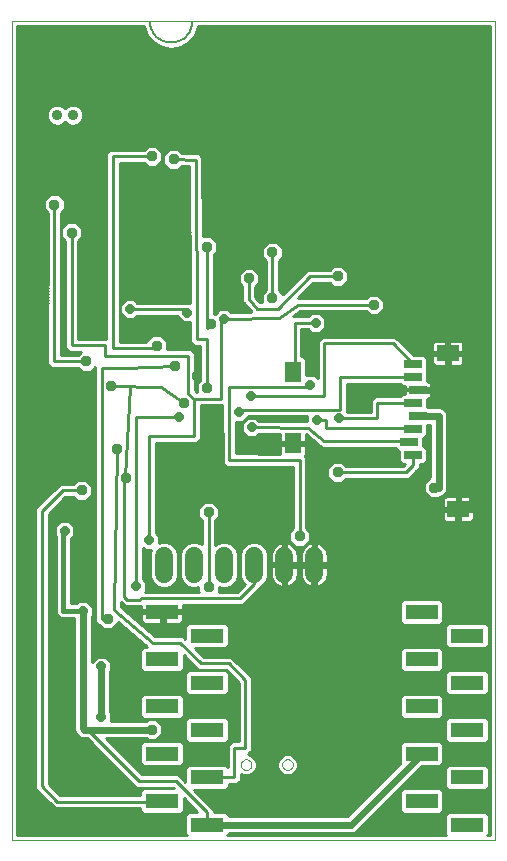
<source format=gbl>
G75*
G70*
%OFA0B0*%
%FSLAX24Y24*%
%IPPOS*%
%LPD*%
%AMOC8*
5,1,8,0,0,1.08239X$1,22.5*
%
%ADD10C,0.0000*%
%ADD11R,0.0748X0.0551*%
%ADD12R,0.0551X0.0709*%
%ADD13R,0.0591X0.0276*%
%ADD14C,0.0600*%
%ADD15R,0.1102X0.0500*%
%ADD16C,0.0050*%
%ADD17OC8,0.0317*%
%ADD18C,0.0100*%
%ADD19C,0.0240*%
%ADD20C,0.0160*%
%ADD21OC8,0.0356*%
%ADD22C,0.0356*%
D10*
X005729Y003024D02*
X005729Y030339D01*
X021839Y030339D01*
X021819Y003024D01*
X005729Y003024D01*
X013355Y005552D02*
X013357Y005578D01*
X013363Y005604D01*
X013373Y005629D01*
X013386Y005652D01*
X013402Y005672D01*
X013422Y005690D01*
X013444Y005705D01*
X013467Y005717D01*
X013493Y005725D01*
X013519Y005729D01*
X013545Y005729D01*
X013571Y005725D01*
X013597Y005717D01*
X013621Y005705D01*
X013642Y005690D01*
X013662Y005672D01*
X013678Y005652D01*
X013691Y005629D01*
X013701Y005604D01*
X013707Y005578D01*
X013709Y005552D01*
X013707Y005526D01*
X013701Y005500D01*
X013691Y005475D01*
X013678Y005452D01*
X013662Y005432D01*
X013642Y005414D01*
X013620Y005399D01*
X013597Y005387D01*
X013571Y005379D01*
X013545Y005375D01*
X013519Y005375D01*
X013493Y005379D01*
X013467Y005387D01*
X013443Y005399D01*
X013422Y005414D01*
X013402Y005432D01*
X013386Y005452D01*
X013373Y005475D01*
X013363Y005500D01*
X013357Y005526D01*
X013355Y005552D01*
X014733Y005552D02*
X014735Y005578D01*
X014741Y005604D01*
X014751Y005629D01*
X014764Y005652D01*
X014780Y005672D01*
X014800Y005690D01*
X014822Y005705D01*
X014845Y005717D01*
X014871Y005725D01*
X014897Y005729D01*
X014923Y005729D01*
X014949Y005725D01*
X014975Y005717D01*
X014999Y005705D01*
X015020Y005690D01*
X015040Y005672D01*
X015056Y005652D01*
X015069Y005629D01*
X015079Y005604D01*
X015085Y005578D01*
X015087Y005552D01*
X015085Y005526D01*
X015079Y005500D01*
X015069Y005475D01*
X015056Y005452D01*
X015040Y005432D01*
X015020Y005414D01*
X014998Y005399D01*
X014975Y005387D01*
X014949Y005379D01*
X014923Y005375D01*
X014897Y005375D01*
X014871Y005379D01*
X014845Y005387D01*
X014821Y005399D01*
X014800Y005414D01*
X014780Y005432D01*
X014764Y005452D01*
X014751Y005475D01*
X014741Y005500D01*
X014735Y005526D01*
X014733Y005552D01*
D11*
X020603Y014067D03*
X020248Y019264D03*
D12*
X015091Y018634D03*
X015091Y016272D03*
D13*
X018949Y016311D03*
X019107Y015878D03*
X019107Y016744D03*
X019264Y017178D03*
X019107Y017611D03*
X019264Y018044D03*
X019107Y018477D03*
X019107Y018910D03*
D14*
X015796Y012509D02*
X015796Y011909D01*
X014796Y011909D02*
X014796Y012509D01*
X013796Y012509D02*
X013796Y011909D01*
X012796Y011909D02*
X012796Y012509D01*
X011796Y012509D02*
X011796Y011909D01*
X010796Y011909D02*
X010796Y012509D01*
D15*
X010726Y010642D03*
X010726Y009067D03*
X010726Y007493D03*
X010726Y005918D03*
X010726Y004343D03*
X012228Y005130D03*
X012228Y003556D03*
X012228Y006705D03*
X012228Y008280D03*
X012228Y009855D03*
X019387Y010642D03*
X019387Y009067D03*
X019387Y007493D03*
X019387Y005918D03*
X019387Y004343D03*
X020889Y005130D03*
X020889Y003556D03*
X020889Y006705D03*
X020889Y008280D03*
X020889Y009855D03*
D16*
X011739Y030333D02*
X011737Y030281D01*
X011731Y030230D01*
X011722Y030179D01*
X011709Y030129D01*
X011692Y030080D01*
X011672Y030032D01*
X011648Y029986D01*
X011621Y029942D01*
X011591Y029900D01*
X011558Y029860D01*
X011522Y029823D01*
X011484Y029788D01*
X011443Y029756D01*
X011399Y029728D01*
X011354Y029702D01*
X011307Y029680D01*
X011259Y029662D01*
X011209Y029647D01*
X011159Y029636D01*
X011108Y029628D01*
X011056Y029624D01*
X011004Y029624D01*
X010952Y029628D01*
X010901Y029636D01*
X010851Y029647D01*
X010801Y029662D01*
X010753Y029680D01*
X010706Y029702D01*
X010661Y029728D01*
X010617Y029756D01*
X010576Y029788D01*
X010538Y029823D01*
X010502Y029860D01*
X010469Y029900D01*
X010439Y029942D01*
X010412Y029986D01*
X010388Y030032D01*
X010368Y030080D01*
X010351Y030129D01*
X010338Y030179D01*
X010329Y030230D01*
X010323Y030281D01*
X010321Y030333D01*
D17*
X009662Y020737D03*
X011571Y020622D03*
X012776Y020410D03*
X013697Y017843D03*
X013304Y017311D03*
X013725Y016792D03*
X015670Y018213D03*
X015894Y017056D03*
X016630Y017091D03*
X015843Y020284D03*
X011296Y017134D03*
X010292Y013040D03*
X009874Y011493D03*
X008087Y010678D03*
X008697Y008827D03*
X008697Y007154D03*
X007477Y013335D03*
X013658Y013178D03*
D18*
X013658Y013197D01*
X014800Y013197D01*
X014800Y012209D01*
X014796Y012209D01*
X014796Y010642D01*
X010726Y010642D01*
X010776Y010609D02*
X018666Y010609D01*
X018666Y010707D02*
X011427Y010707D01*
X011427Y010692D02*
X011427Y010875D01*
X013418Y010875D01*
X013887Y011343D01*
X014016Y011472D01*
X014016Y011491D01*
X014062Y011511D01*
X014194Y011643D01*
X014266Y011816D01*
X014266Y012603D01*
X014194Y012775D01*
X014062Y012908D01*
X013889Y012979D01*
X013702Y012979D01*
X013529Y012908D01*
X013397Y012775D01*
X013326Y012603D01*
X013326Y011816D01*
X013397Y011643D01*
X013481Y011559D01*
X013236Y011315D01*
X012630Y011315D01*
X012636Y011321D01*
X012636Y011467D01*
X012702Y011439D01*
X012889Y011439D01*
X013062Y011511D01*
X013194Y011643D01*
X013266Y011816D01*
X013266Y012603D01*
X013194Y012775D01*
X013062Y012908D01*
X012889Y012979D01*
X012702Y012979D01*
X012529Y012908D01*
X012508Y012886D01*
X012508Y013693D01*
X012636Y013821D01*
X012636Y014109D01*
X012432Y014313D01*
X012144Y014313D01*
X011940Y014109D01*
X011940Y013821D01*
X012068Y013693D01*
X012068Y012902D01*
X012062Y012908D01*
X011889Y012979D01*
X011702Y012979D01*
X011529Y012908D01*
X011397Y012775D01*
X011326Y012603D01*
X011326Y011816D01*
X011397Y011643D01*
X011529Y011511D01*
X011702Y011439D01*
X011889Y011439D01*
X011940Y011460D01*
X011940Y011321D01*
X011946Y011315D01*
X010161Y011315D01*
X010203Y011356D01*
X010203Y011629D01*
X010094Y011737D01*
X010094Y012773D01*
X010156Y012711D01*
X010371Y012711D01*
X010326Y012603D01*
X010326Y011816D01*
X010397Y011643D01*
X010529Y011511D01*
X010702Y011439D01*
X010889Y011439D01*
X011062Y011511D01*
X011194Y011643D01*
X011266Y011816D01*
X011266Y012603D01*
X011194Y012775D01*
X011062Y012908D01*
X010889Y012979D01*
X010702Y012979D01*
X010620Y012945D01*
X010620Y013176D01*
X010512Y013284D01*
X010512Y016284D01*
X011717Y016284D01*
X011808Y016284D01*
X011899Y016284D01*
X011899Y016285D01*
X011899Y016285D01*
X011963Y016349D01*
X012027Y016413D01*
X012027Y016414D01*
X012028Y016414D01*
X012027Y016505D01*
X012027Y016595D01*
X012027Y016596D01*
X012024Y017525D01*
X012698Y017528D01*
X012739Y017528D01*
X012745Y015709D01*
X012745Y015619D01*
X012745Y015618D01*
X012745Y015617D01*
X012809Y015554D01*
X012873Y015490D01*
X012874Y015490D01*
X012875Y015489D01*
X012965Y015489D01*
X015091Y015478D01*
X015091Y013430D01*
X014963Y013302D01*
X014963Y013014D01*
X015167Y012810D01*
X015456Y012810D01*
X015660Y013014D01*
X015660Y013302D01*
X015531Y013430D01*
X015531Y015697D01*
X015532Y015787D01*
X015531Y015788D01*
X015531Y015788D01*
X015489Y015830D01*
X015506Y015860D01*
X015517Y015898D01*
X015517Y016222D01*
X015141Y016222D01*
X015141Y016322D01*
X015517Y016322D01*
X015517Y016568D01*
X015527Y016568D01*
X015990Y016180D01*
X016047Y016123D01*
X016058Y016123D01*
X016067Y016116D01*
X016148Y016123D01*
X018484Y016123D01*
X018484Y016103D01*
X018584Y016004D01*
X018641Y016004D01*
X018641Y015670D01*
X018741Y015571D01*
X018822Y015571D01*
X018764Y015512D01*
X016855Y015512D01*
X016727Y015640D01*
X016439Y015640D01*
X016235Y015436D01*
X016235Y015148D01*
X016439Y014944D01*
X016727Y014944D01*
X016855Y015072D01*
X018946Y015072D01*
X019198Y015324D01*
X019327Y015453D01*
X019327Y015571D01*
X019472Y015571D01*
X019572Y015670D01*
X019572Y016087D01*
X019472Y016186D01*
X019414Y016186D01*
X019414Y016437D01*
X019472Y016437D01*
X019572Y016536D01*
X019572Y016870D01*
X019630Y016870D01*
X019648Y016888D01*
X019659Y016888D01*
X019659Y015128D01*
X019655Y015128D01*
X019451Y014924D01*
X019451Y014636D01*
X019655Y014432D01*
X019944Y014432D01*
X020002Y014490D01*
X020007Y014490D01*
X020113Y014534D01*
X020195Y014616D01*
X020239Y014722D01*
X020239Y017235D01*
X020195Y017342D01*
X020113Y017423D01*
X020007Y017468D01*
X019648Y017468D01*
X019630Y017485D01*
X019572Y017485D01*
X019572Y017756D01*
X019579Y017756D01*
X019617Y017766D01*
X019652Y017786D01*
X019679Y017814D01*
X019699Y017848D01*
X019709Y017886D01*
X019709Y018025D01*
X019283Y018025D01*
X019283Y018063D01*
X019709Y018063D01*
X019709Y018201D01*
X019699Y018239D01*
X019679Y018274D01*
X019652Y018302D01*
X019617Y018321D01*
X019579Y018331D01*
X019572Y018331D01*
X019572Y018685D01*
X019564Y018693D01*
X019572Y018702D01*
X019572Y019118D01*
X019472Y019218D01*
X019110Y019218D01*
X018509Y019819D01*
X016051Y019819D01*
X015922Y019690D01*
X015922Y018425D01*
X015806Y018541D01*
X015537Y018541D01*
X015537Y019059D01*
X015437Y019159D01*
X015374Y019159D01*
X015374Y020064D01*
X015598Y020064D01*
X015707Y019955D01*
X015979Y019955D01*
X016171Y020148D01*
X016171Y020420D01*
X015979Y020612D01*
X015707Y020612D01*
X015598Y020504D01*
X015092Y020504D01*
X015326Y020658D01*
X017515Y020658D01*
X017648Y020526D01*
X017936Y020526D01*
X018140Y020730D01*
X018140Y021019D01*
X017936Y021223D01*
X017648Y021223D01*
X017523Y021098D01*
X015282Y021098D01*
X015247Y021106D01*
X015757Y021615D01*
X016311Y021615D01*
X016439Y021487D01*
X016727Y021487D01*
X016931Y021691D01*
X016931Y021979D01*
X016727Y022183D01*
X016439Y022183D01*
X016311Y022055D01*
X015575Y022055D01*
X014754Y021234D01*
X014754Y021255D01*
X014626Y021383D01*
X014626Y022354D01*
X014754Y022482D01*
X014754Y022771D01*
X014550Y022974D01*
X014262Y022974D01*
X014058Y022771D01*
X014058Y022482D01*
X014186Y022354D01*
X014186Y021383D01*
X014058Y021255D01*
X014058Y020972D01*
X014002Y020972D01*
X013842Y021157D01*
X013842Y021484D01*
X013974Y021616D01*
X013974Y021904D01*
X013771Y022108D01*
X013482Y022108D01*
X013278Y021904D01*
X013278Y021616D01*
X013402Y021492D01*
X013402Y021083D01*
X013396Y021000D01*
X013402Y020993D01*
X013402Y020984D01*
X013461Y020925D01*
X013682Y020670D01*
X013682Y020661D01*
X013690Y020653D01*
X013014Y020636D01*
X012912Y020738D01*
X012640Y020738D01*
X012557Y020655D01*
X012554Y020654D01*
X012551Y020650D01*
X012483Y020582D01*
X012445Y020582D01*
X012445Y022538D01*
X012573Y022666D01*
X012573Y022955D01*
X012369Y023159D01*
X012084Y023159D01*
X012067Y025715D01*
X012069Y025802D01*
X012066Y025805D01*
X012066Y025810D01*
X012004Y025871D01*
X011944Y025934D01*
X011940Y025935D01*
X011937Y025938D01*
X011849Y025937D01*
X011398Y025949D01*
X011263Y026085D01*
X010974Y026085D01*
X010770Y025881D01*
X010770Y025592D01*
X010974Y025389D01*
X011263Y025389D01*
X011384Y025509D01*
X011628Y025503D01*
X011658Y020951D01*
X011530Y020951D01*
X011525Y020957D01*
X011513Y020957D01*
X011504Y020964D01*
X011423Y020957D01*
X009906Y020957D01*
X009798Y021065D01*
X009526Y021065D01*
X009333Y020873D01*
X009333Y020601D01*
X009526Y020408D01*
X009798Y020408D01*
X009906Y020517D01*
X011243Y020517D01*
X011243Y020486D01*
X011435Y020294D01*
X011663Y020294D01*
X011666Y019732D01*
X011666Y019642D01*
X011667Y019641D01*
X011667Y019640D01*
X011731Y019577D01*
X011795Y019513D01*
X011796Y019513D01*
X011797Y019512D01*
X011887Y019513D01*
X012001Y019513D01*
X012001Y018540D01*
X011998Y018537D01*
X012001Y018449D01*
X012001Y018371D01*
X011885Y018255D01*
X011885Y017966D01*
X011886Y017965D01*
X011883Y017965D01*
X011811Y018025D01*
X011811Y019273D01*
X011682Y019401D01*
X010896Y019401D01*
X010896Y019660D01*
X010692Y019864D01*
X010403Y019864D01*
X010200Y019660D01*
X010200Y019657D01*
X009311Y019657D01*
X009311Y025615D01*
X010118Y025615D01*
X010246Y025487D01*
X010534Y025487D01*
X010738Y025691D01*
X010738Y025979D01*
X010534Y026183D01*
X010246Y026183D01*
X010118Y026055D01*
X009000Y026055D01*
X008871Y025926D01*
X008871Y019748D01*
X007933Y019748D01*
X007933Y023004D01*
X008061Y023132D01*
X008061Y023420D01*
X007857Y023624D01*
X007569Y023624D01*
X007365Y023420D01*
X007365Y023132D01*
X007493Y023004D01*
X007493Y019437D01*
X007622Y019308D01*
X008020Y019308D01*
X007932Y019219D01*
X007343Y019217D01*
X007361Y023948D01*
X007490Y024077D01*
X007490Y024365D01*
X007286Y024569D01*
X006998Y024569D01*
X006794Y024365D01*
X006794Y024077D01*
X006921Y023950D01*
X006903Y019087D01*
X006902Y019087D01*
X006902Y018997D01*
X006902Y018906D01*
X006903Y018905D01*
X006967Y018841D01*
X007030Y018777D01*
X007031Y018777D01*
X007032Y018776D01*
X007122Y018776D01*
X007213Y018776D01*
X007213Y018777D01*
X007934Y018779D01*
X008061Y018652D01*
X008349Y018652D01*
X008497Y018800D01*
X008497Y010323D01*
X008626Y010194D01*
X008641Y010194D01*
X008770Y010066D01*
X009058Y010066D01*
X009262Y010270D01*
X009262Y010301D01*
X010239Y009487D01*
X010104Y009487D01*
X010004Y009388D01*
X010004Y008747D01*
X010104Y008647D01*
X011347Y008647D01*
X011447Y008747D01*
X011447Y009192D01*
X011933Y008706D01*
X012858Y008706D01*
X013280Y008283D01*
X013280Y008150D01*
X013280Y008059D01*
X013280Y007968D01*
X013281Y007968D01*
X013284Y006342D01*
X013051Y006342D01*
X012922Y006214D01*
X012922Y005478D01*
X012850Y005550D01*
X011606Y005550D01*
X011507Y005451D01*
X011507Y004990D01*
X011398Y005099D01*
X011269Y005228D01*
X010048Y005228D01*
X008846Y006431D01*
X010188Y006431D01*
X010246Y006373D01*
X010534Y006373D01*
X010738Y006577D01*
X010738Y006865D01*
X010534Y007069D01*
X010246Y007069D01*
X010188Y007011D01*
X009019Y007011D01*
X009026Y007018D01*
X009026Y007290D01*
X008987Y007328D01*
X008987Y008653D01*
X009026Y008691D01*
X009026Y008963D01*
X008833Y009156D01*
X008561Y009156D01*
X008377Y008971D01*
X008377Y010503D01*
X008415Y010542D01*
X008415Y010814D01*
X008223Y011006D01*
X007951Y011006D01*
X007873Y010928D01*
X007687Y010928D01*
X007687Y013081D01*
X007805Y013199D01*
X007805Y013471D01*
X007613Y013663D01*
X007341Y013663D01*
X007148Y013471D01*
X007148Y013199D01*
X007187Y013160D01*
X007187Y010628D01*
X007225Y010536D01*
X007296Y010466D01*
X007388Y010428D01*
X007797Y010428D01*
X007797Y006703D01*
X007841Y006596D01*
X007962Y006475D01*
X008069Y006431D01*
X008223Y006431D01*
X009866Y004788D01*
X011086Y004788D01*
X011112Y004763D01*
X010104Y004763D01*
X010004Y004663D01*
X010004Y004539D01*
X007332Y004539D01*
X006949Y004922D01*
X006949Y013913D01*
X007509Y014473D01*
X007775Y014473D01*
X007903Y014345D01*
X008192Y014345D01*
X008396Y014549D01*
X008396Y014837D01*
X008192Y015041D01*
X008497Y015041D01*
X008497Y014943D02*
X008291Y014943D01*
X008389Y014844D02*
X008497Y014844D01*
X008497Y014746D02*
X008396Y014746D01*
X008396Y014647D02*
X008497Y014647D01*
X008497Y014549D02*
X008395Y014549D01*
X008297Y014450D02*
X008497Y014450D01*
X008497Y014352D02*
X008198Y014352D01*
X007897Y014352D02*
X007387Y014352D01*
X007486Y014450D02*
X007799Y014450D01*
X008048Y014693D02*
X007418Y014693D01*
X006729Y014004D01*
X006729Y004831D01*
X007241Y004319D01*
X010702Y004319D01*
X010726Y004343D01*
X011347Y003923D02*
X010104Y003923D01*
X010004Y004022D01*
X010004Y004099D01*
X007149Y004099D01*
X007021Y004228D01*
X007021Y004228D01*
X006638Y004611D01*
X006638Y004611D01*
X006509Y004740D01*
X006509Y014095D01*
X007198Y014784D01*
X007327Y014913D01*
X007775Y014913D01*
X007903Y015041D01*
X005899Y015041D01*
X005899Y014943D02*
X007805Y014943D01*
X007903Y015041D02*
X008192Y015041D01*
X008497Y015140D02*
X005899Y015140D01*
X005899Y015238D02*
X008497Y015238D01*
X008497Y015337D02*
X005899Y015337D01*
X005899Y015435D02*
X008497Y015435D01*
X008497Y015534D02*
X005899Y015534D01*
X005899Y015632D02*
X008497Y015632D01*
X008497Y015731D02*
X005899Y015731D01*
X005899Y015829D02*
X008497Y015829D01*
X008497Y015928D02*
X005899Y015928D01*
X005899Y016026D02*
X008497Y016026D01*
X008497Y016125D02*
X005899Y016125D01*
X005899Y016223D02*
X008497Y016223D01*
X008497Y016322D02*
X005899Y016322D01*
X005899Y016420D02*
X008497Y016420D01*
X008497Y016519D02*
X005899Y016519D01*
X005899Y016617D02*
X008497Y016617D01*
X008497Y016716D02*
X005899Y016716D01*
X005899Y016814D02*
X008497Y016814D01*
X008497Y016913D02*
X005899Y016913D01*
X005899Y017011D02*
X008497Y017011D01*
X008497Y017110D02*
X005899Y017110D01*
X005899Y017208D02*
X008497Y017208D01*
X008497Y017307D02*
X005899Y017307D01*
X005899Y017405D02*
X008497Y017405D01*
X008497Y017504D02*
X005899Y017504D01*
X005899Y017602D02*
X008497Y017602D01*
X008497Y017701D02*
X005899Y017701D01*
X005899Y017799D02*
X008497Y017799D01*
X008497Y017898D02*
X005899Y017898D01*
X005899Y017996D02*
X008497Y017996D01*
X008497Y018095D02*
X005899Y018095D01*
X005899Y018193D02*
X008497Y018193D01*
X008497Y018292D02*
X005899Y018292D01*
X005899Y018390D02*
X008497Y018390D01*
X008497Y018489D02*
X005899Y018489D01*
X005899Y018587D02*
X008497Y018587D01*
X008497Y018686D02*
X008383Y018686D01*
X008481Y018784D02*
X008497Y018784D01*
X008717Y018788D02*
X008717Y010414D01*
X008914Y010414D01*
X009207Y010215D02*
X009366Y010215D01*
X009484Y010116D02*
X009108Y010116D01*
X008719Y010116D02*
X008377Y010116D01*
X008377Y010018D02*
X009602Y010018D01*
X009721Y009919D02*
X008377Y009919D01*
X008377Y009821D02*
X009839Y009821D01*
X009957Y009722D02*
X008377Y009722D01*
X008377Y009624D02*
X010075Y009624D01*
X010193Y009525D02*
X008377Y009525D01*
X008377Y009427D02*
X010043Y009427D01*
X010004Y009328D02*
X008377Y009328D01*
X008377Y009230D02*
X010004Y009230D01*
X010004Y009131D02*
X008858Y009131D01*
X008956Y009033D02*
X010004Y009033D01*
X010004Y008934D02*
X009026Y008934D01*
X009026Y008836D02*
X010004Y008836D01*
X010014Y008737D02*
X009026Y008737D01*
X008987Y008639D02*
X011545Y008639D01*
X011507Y008600D02*
X011606Y008700D01*
X012850Y008700D01*
X012949Y008600D01*
X012949Y007960D01*
X012850Y007860D01*
X011606Y007860D01*
X011507Y007960D01*
X011507Y008600D01*
X011507Y008540D02*
X008987Y008540D01*
X008987Y008442D02*
X011507Y008442D01*
X011507Y008343D02*
X008987Y008343D01*
X008987Y008245D02*
X011507Y008245D01*
X011507Y008146D02*
X008987Y008146D01*
X008987Y008048D02*
X011507Y008048D01*
X011517Y007949D02*
X008987Y007949D01*
X008987Y007851D02*
X010042Y007851D01*
X010004Y007813D02*
X010104Y007913D01*
X011347Y007913D01*
X011447Y007813D01*
X011447Y007172D01*
X011347Y007073D01*
X010104Y007073D01*
X010004Y007172D01*
X010004Y007813D01*
X010004Y007752D02*
X008987Y007752D01*
X008987Y007654D02*
X010004Y007654D01*
X010004Y007555D02*
X008987Y007555D01*
X008987Y007457D02*
X010004Y007457D01*
X010004Y007358D02*
X008987Y007358D01*
X009026Y007260D02*
X010004Y007260D01*
X010015Y007161D02*
X009026Y007161D01*
X009026Y007063D02*
X010240Y007063D01*
X010541Y007063D02*
X011544Y007063D01*
X011507Y007026D02*
X011606Y007125D01*
X012850Y007125D01*
X012949Y007026D01*
X012949Y006385D01*
X012850Y006285D01*
X011606Y006285D01*
X011507Y006385D01*
X011507Y007026D01*
X011507Y006964D02*
X010639Y006964D01*
X010738Y006866D02*
X011507Y006866D01*
X011507Y006767D02*
X010738Y006767D01*
X010738Y006669D02*
X011507Y006669D01*
X011507Y006570D02*
X010732Y006570D01*
X010633Y006472D02*
X011507Y006472D01*
X011518Y006373D02*
X010535Y006373D01*
X010246Y006373D02*
X008903Y006373D01*
X009002Y006275D02*
X010041Y006275D01*
X010004Y006238D02*
X010104Y006338D01*
X011347Y006338D01*
X011447Y006238D01*
X011447Y005597D01*
X011347Y005498D01*
X010104Y005498D01*
X010004Y005597D01*
X010004Y006238D01*
X010004Y006176D02*
X009100Y006176D01*
X009199Y006078D02*
X010004Y006078D01*
X010004Y005979D02*
X009297Y005979D01*
X009396Y005881D02*
X010004Y005881D01*
X010004Y005782D02*
X009494Y005782D01*
X009593Y005684D02*
X010004Y005684D01*
X010017Y005585D02*
X009691Y005585D01*
X009790Y005487D02*
X011543Y005487D01*
X011507Y005388D02*
X009888Y005388D01*
X009987Y005290D02*
X011507Y005290D01*
X011507Y005191D02*
X011306Y005191D01*
X011404Y005093D02*
X011507Y005093D01*
X011503Y004994D02*
X011507Y004994D01*
X011178Y005008D02*
X009957Y005008D01*
X008244Y006721D01*
X008281Y006373D02*
X006949Y006373D01*
X006949Y006275D02*
X008380Y006275D01*
X008478Y006176D02*
X006949Y006176D01*
X006949Y006078D02*
X008577Y006078D01*
X008675Y005979D02*
X006949Y005979D01*
X006949Y005881D02*
X008774Y005881D01*
X008872Y005782D02*
X006949Y005782D01*
X006949Y005684D02*
X008971Y005684D01*
X009069Y005585D02*
X006949Y005585D01*
X006949Y005487D02*
X009168Y005487D01*
X009266Y005388D02*
X006949Y005388D01*
X006949Y005290D02*
X009365Y005290D01*
X009463Y005191D02*
X006949Y005191D01*
X006949Y005093D02*
X009562Y005093D01*
X009660Y004994D02*
X006949Y004994D01*
X006975Y004896D02*
X009759Y004896D01*
X009857Y004797D02*
X007074Y004797D01*
X007172Y004699D02*
X010040Y004699D01*
X010004Y004600D02*
X007271Y004600D01*
X007043Y004206D02*
X005899Y004206D01*
X005899Y004108D02*
X007141Y004108D01*
X006944Y004305D02*
X005899Y004305D01*
X005899Y004403D02*
X006846Y004403D01*
X006747Y004502D02*
X005899Y004502D01*
X005899Y004600D02*
X006649Y004600D01*
X006550Y004699D02*
X005899Y004699D01*
X005899Y004797D02*
X006509Y004797D01*
X006509Y004896D02*
X005899Y004896D01*
X005899Y004994D02*
X006509Y004994D01*
X006509Y005093D02*
X005899Y005093D01*
X005899Y005191D02*
X006509Y005191D01*
X006509Y005290D02*
X005899Y005290D01*
X005899Y005388D02*
X006509Y005388D01*
X006509Y005487D02*
X005899Y005487D01*
X005899Y005585D02*
X006509Y005585D01*
X006509Y005684D02*
X005899Y005684D01*
X005899Y005782D02*
X006509Y005782D01*
X006509Y005881D02*
X005899Y005881D01*
X005899Y005979D02*
X006509Y005979D01*
X006509Y006078D02*
X005899Y006078D01*
X005899Y006176D02*
X006509Y006176D01*
X006509Y006275D02*
X005899Y006275D01*
X005899Y006373D02*
X006509Y006373D01*
X006509Y006472D02*
X005899Y006472D01*
X005899Y006570D02*
X006509Y006570D01*
X006509Y006669D02*
X005899Y006669D01*
X005899Y006767D02*
X006509Y006767D01*
X006509Y006866D02*
X005899Y006866D01*
X005899Y006964D02*
X006509Y006964D01*
X006509Y007063D02*
X005899Y007063D01*
X005899Y007161D02*
X006509Y007161D01*
X006509Y007260D02*
X005899Y007260D01*
X005899Y007358D02*
X006509Y007358D01*
X006509Y007457D02*
X005899Y007457D01*
X005899Y007555D02*
X006509Y007555D01*
X006509Y007654D02*
X005899Y007654D01*
X005899Y007752D02*
X006509Y007752D01*
X006509Y007851D02*
X005899Y007851D01*
X005899Y007949D02*
X006509Y007949D01*
X006509Y008048D02*
X005899Y008048D01*
X005899Y008146D02*
X006509Y008146D01*
X006509Y008245D02*
X005899Y008245D01*
X005899Y008343D02*
X006509Y008343D01*
X006509Y008442D02*
X005899Y008442D01*
X005899Y008540D02*
X006509Y008540D01*
X006509Y008639D02*
X005899Y008639D01*
X005899Y008737D02*
X006509Y008737D01*
X006509Y008836D02*
X005899Y008836D01*
X005899Y008934D02*
X006509Y008934D01*
X006509Y009033D02*
X005899Y009033D01*
X005899Y009131D02*
X006509Y009131D01*
X006509Y009230D02*
X005899Y009230D01*
X005899Y009328D02*
X006509Y009328D01*
X006509Y009427D02*
X005899Y009427D01*
X005899Y009525D02*
X006509Y009525D01*
X006509Y009624D02*
X005899Y009624D01*
X005899Y009722D02*
X006509Y009722D01*
X006509Y009821D02*
X005899Y009821D01*
X005899Y009919D02*
X006509Y009919D01*
X006509Y010018D02*
X005899Y010018D01*
X005899Y010116D02*
X006509Y010116D01*
X006509Y010215D02*
X005899Y010215D01*
X005899Y010313D02*
X006509Y010313D01*
X006509Y010412D02*
X005899Y010412D01*
X005899Y010510D02*
X006509Y010510D01*
X006509Y010609D02*
X005899Y010609D01*
X005899Y010707D02*
X006509Y010707D01*
X006509Y010806D02*
X005899Y010806D01*
X005899Y010904D02*
X006509Y010904D01*
X006509Y011003D02*
X005899Y011003D01*
X005899Y011101D02*
X006509Y011101D01*
X006509Y011200D02*
X005899Y011200D01*
X005899Y011298D02*
X006509Y011298D01*
X006509Y011397D02*
X005899Y011397D01*
X005899Y011495D02*
X006509Y011495D01*
X006509Y011594D02*
X005899Y011594D01*
X005899Y011692D02*
X006509Y011692D01*
X006509Y011791D02*
X005899Y011791D01*
X005899Y011889D02*
X006509Y011889D01*
X006509Y011988D02*
X005899Y011988D01*
X005899Y012086D02*
X006509Y012086D01*
X006509Y012185D02*
X005899Y012185D01*
X005899Y012283D02*
X006509Y012283D01*
X006509Y012382D02*
X005899Y012382D01*
X005899Y012480D02*
X006509Y012480D01*
X006509Y012579D02*
X005899Y012579D01*
X005899Y012677D02*
X006509Y012677D01*
X006509Y012776D02*
X005899Y012776D01*
X005899Y012874D02*
X006509Y012874D01*
X006509Y012973D02*
X005899Y012973D01*
X005899Y013071D02*
X006509Y013071D01*
X006509Y013170D02*
X005899Y013170D01*
X005899Y013268D02*
X006509Y013268D01*
X006509Y013367D02*
X005899Y013367D01*
X005899Y013465D02*
X006509Y013465D01*
X006509Y013564D02*
X005899Y013564D01*
X005899Y013662D02*
X006509Y013662D01*
X006509Y013761D02*
X005899Y013761D01*
X005899Y013859D02*
X006509Y013859D01*
X006509Y013958D02*
X005899Y013958D01*
X005899Y014056D02*
X006509Y014056D01*
X006568Y014155D02*
X005899Y014155D01*
X005899Y014253D02*
X006666Y014253D01*
X006765Y014352D02*
X005899Y014352D01*
X005899Y014450D02*
X006863Y014450D01*
X006962Y014549D02*
X005899Y014549D01*
X005899Y014647D02*
X007060Y014647D01*
X007159Y014746D02*
X005899Y014746D01*
X005899Y014844D02*
X007257Y014844D01*
X007289Y014253D02*
X008497Y014253D01*
X008497Y014155D02*
X007190Y014155D01*
X007092Y014056D02*
X008497Y014056D01*
X008497Y013958D02*
X006993Y013958D01*
X006949Y013859D02*
X008497Y013859D01*
X008497Y013761D02*
X006949Y013761D01*
X006949Y013662D02*
X007339Y013662D01*
X007241Y013564D02*
X006949Y013564D01*
X006949Y013465D02*
X007148Y013465D01*
X007148Y013367D02*
X006949Y013367D01*
X006949Y013268D02*
X007148Y013268D01*
X007178Y013170D02*
X006949Y013170D01*
X006949Y013071D02*
X007187Y013071D01*
X007187Y012973D02*
X006949Y012973D01*
X006949Y012874D02*
X007187Y012874D01*
X007187Y012776D02*
X006949Y012776D01*
X006949Y012677D02*
X007187Y012677D01*
X007187Y012579D02*
X006949Y012579D01*
X006949Y012480D02*
X007187Y012480D01*
X007187Y012382D02*
X006949Y012382D01*
X006949Y012283D02*
X007187Y012283D01*
X007187Y012185D02*
X006949Y012185D01*
X006949Y012086D02*
X007187Y012086D01*
X007187Y011988D02*
X006949Y011988D01*
X006949Y011889D02*
X007187Y011889D01*
X007187Y011791D02*
X006949Y011791D01*
X006949Y011692D02*
X007187Y011692D01*
X007187Y011594D02*
X006949Y011594D01*
X006949Y011495D02*
X007187Y011495D01*
X007187Y011397D02*
X006949Y011397D01*
X006949Y011298D02*
X007187Y011298D01*
X007187Y011200D02*
X006949Y011200D01*
X006949Y011101D02*
X007187Y011101D01*
X007187Y011003D02*
X006949Y011003D01*
X006949Y010904D02*
X007187Y010904D01*
X007187Y010806D02*
X006949Y010806D01*
X006949Y010707D02*
X007187Y010707D01*
X007195Y010609D02*
X006949Y010609D01*
X006949Y010510D02*
X007251Y010510D01*
X006949Y010412D02*
X007797Y010412D01*
X007797Y010313D02*
X006949Y010313D01*
X006949Y010215D02*
X007797Y010215D01*
X007797Y010116D02*
X006949Y010116D01*
X006949Y010018D02*
X007797Y010018D01*
X007797Y009919D02*
X006949Y009919D01*
X006949Y009821D02*
X007797Y009821D01*
X007797Y009722D02*
X006949Y009722D01*
X006949Y009624D02*
X007797Y009624D01*
X007797Y009525D02*
X006949Y009525D01*
X006949Y009427D02*
X007797Y009427D01*
X007797Y009328D02*
X006949Y009328D01*
X006949Y009230D02*
X007797Y009230D01*
X007797Y009131D02*
X006949Y009131D01*
X006949Y009033D02*
X007797Y009033D01*
X007797Y008934D02*
X006949Y008934D01*
X006949Y008836D02*
X007797Y008836D01*
X007797Y008737D02*
X006949Y008737D01*
X006949Y008639D02*
X007797Y008639D01*
X007797Y008540D02*
X006949Y008540D01*
X006949Y008442D02*
X007797Y008442D01*
X007797Y008343D02*
X006949Y008343D01*
X006949Y008245D02*
X007797Y008245D01*
X007797Y008146D02*
X006949Y008146D01*
X006949Y008048D02*
X007797Y008048D01*
X007797Y007949D02*
X006949Y007949D01*
X006949Y007851D02*
X007797Y007851D01*
X007797Y007752D02*
X006949Y007752D01*
X006949Y007654D02*
X007797Y007654D01*
X007797Y007555D02*
X006949Y007555D01*
X006949Y007457D02*
X007797Y007457D01*
X007797Y007358D02*
X006949Y007358D01*
X006949Y007260D02*
X007797Y007260D01*
X007797Y007161D02*
X006949Y007161D01*
X006949Y007063D02*
X007797Y007063D01*
X007797Y006964D02*
X006949Y006964D01*
X006949Y006866D02*
X007797Y006866D01*
X007797Y006767D02*
X006949Y006767D01*
X006949Y006669D02*
X007811Y006669D01*
X007867Y006570D02*
X006949Y006570D01*
X006949Y006472D02*
X007971Y006472D01*
X008377Y009033D02*
X008438Y009033D01*
X008377Y009131D02*
X008537Y009131D01*
X008605Y010215D02*
X008377Y010215D01*
X008377Y010313D02*
X008507Y010313D01*
X008497Y010412D02*
X008377Y010412D01*
X008384Y010510D02*
X008497Y010510D01*
X008497Y010609D02*
X008415Y010609D01*
X008415Y010707D02*
X008497Y010707D01*
X008497Y010806D02*
X008415Y010806D01*
X008497Y010904D02*
X008325Y010904D01*
X008226Y011003D02*
X008497Y011003D01*
X008497Y011101D02*
X007687Y011101D01*
X007687Y011003D02*
X007948Y011003D01*
X007687Y011200D02*
X008497Y011200D01*
X008497Y011298D02*
X007687Y011298D01*
X007687Y011397D02*
X008497Y011397D01*
X008497Y011495D02*
X007687Y011495D01*
X007687Y011594D02*
X008497Y011594D01*
X008497Y011692D02*
X007687Y011692D01*
X007687Y011791D02*
X008497Y011791D01*
X008497Y011889D02*
X007687Y011889D01*
X007687Y011988D02*
X008497Y011988D01*
X008497Y012086D02*
X007687Y012086D01*
X007687Y012185D02*
X008497Y012185D01*
X008497Y012283D02*
X007687Y012283D01*
X007687Y012382D02*
X008497Y012382D01*
X008497Y012480D02*
X007687Y012480D01*
X007687Y012579D02*
X008497Y012579D01*
X008497Y012677D02*
X007687Y012677D01*
X007687Y012776D02*
X008497Y012776D01*
X008497Y012874D02*
X007687Y012874D01*
X007687Y012973D02*
X008497Y012973D01*
X008497Y013071D02*
X007687Y013071D01*
X007776Y013170D02*
X008497Y013170D01*
X008497Y013268D02*
X007805Y013268D01*
X007805Y013367D02*
X008497Y013367D01*
X008497Y013465D02*
X007805Y013465D01*
X007713Y013564D02*
X008497Y013564D01*
X008497Y013662D02*
X007614Y013662D01*
X006563Y014599D02*
X006563Y014626D01*
X008048Y016111D01*
X008048Y018650D01*
X007693Y018654D01*
X008028Y018686D02*
X005899Y018686D01*
X005899Y018784D02*
X007023Y018784D01*
X006925Y018883D02*
X005899Y018883D01*
X005899Y018981D02*
X006902Y018981D01*
X006903Y018905D02*
X006903Y018905D01*
X006902Y019080D02*
X005899Y019080D01*
X005899Y019178D02*
X006903Y019178D01*
X006903Y019277D02*
X005899Y019277D01*
X005899Y019375D02*
X006904Y019375D01*
X006904Y019474D02*
X005899Y019474D01*
X005899Y019572D02*
X006905Y019572D01*
X006905Y019671D02*
X005899Y019671D01*
X005899Y019769D02*
X006905Y019769D01*
X006906Y019868D02*
X005899Y019868D01*
X005899Y019966D02*
X006906Y019966D01*
X006906Y020065D02*
X005899Y020065D01*
X005899Y020163D02*
X006907Y020163D01*
X006907Y020262D02*
X005899Y020262D01*
X005899Y020360D02*
X006908Y020360D01*
X006908Y020459D02*
X005899Y020459D01*
X005899Y020557D02*
X006908Y020557D01*
X006909Y020656D02*
X005899Y020656D01*
X005899Y020754D02*
X006909Y020754D01*
X006909Y020853D02*
X005899Y020853D01*
X005899Y020951D02*
X006910Y020951D01*
X006910Y021050D02*
X005899Y021050D01*
X005899Y021148D02*
X006911Y021148D01*
X006911Y021247D02*
X005899Y021247D01*
X005899Y021345D02*
X006911Y021345D01*
X006912Y021444D02*
X005899Y021444D01*
X005899Y021542D02*
X006912Y021542D01*
X006912Y021641D02*
X005899Y021641D01*
X005899Y021739D02*
X006913Y021739D01*
X006913Y021838D02*
X005899Y021838D01*
X005899Y021936D02*
X006914Y021936D01*
X006914Y022035D02*
X005899Y022035D01*
X005899Y022133D02*
X006914Y022133D01*
X006915Y022232D02*
X005899Y022232D01*
X005899Y022330D02*
X006915Y022330D01*
X006915Y022429D02*
X005899Y022429D01*
X005899Y022527D02*
X006916Y022527D01*
X006916Y022626D02*
X005899Y022626D01*
X005899Y022724D02*
X006916Y022724D01*
X006917Y022823D02*
X005899Y022823D01*
X005899Y022921D02*
X006917Y022921D01*
X006918Y023020D02*
X005899Y023020D01*
X005899Y023118D02*
X006918Y023118D01*
X006918Y023217D02*
X005899Y023217D01*
X005899Y023315D02*
X006919Y023315D01*
X006919Y023414D02*
X005899Y023414D01*
X005899Y023512D02*
X006919Y023512D01*
X006920Y023611D02*
X005899Y023611D01*
X005899Y023709D02*
X006920Y023709D01*
X006921Y023808D02*
X005899Y023808D01*
X005899Y023906D02*
X006921Y023906D01*
X006866Y024005D02*
X005899Y024005D01*
X005899Y024103D02*
X006794Y024103D01*
X006794Y024202D02*
X005899Y024202D01*
X005899Y024300D02*
X006794Y024300D01*
X006828Y024399D02*
X005899Y024399D01*
X005899Y024497D02*
X006926Y024497D01*
X007142Y024221D02*
X007122Y018996D01*
X008205Y019000D01*
X007989Y019277D02*
X007343Y019277D01*
X007344Y019375D02*
X007555Y019375D01*
X007493Y019474D02*
X007344Y019474D01*
X007345Y019572D02*
X007493Y019572D01*
X007493Y019671D02*
X007345Y019671D01*
X007345Y019769D02*
X007493Y019769D01*
X007493Y019868D02*
X007346Y019868D01*
X007346Y019966D02*
X007493Y019966D01*
X007493Y020065D02*
X007346Y020065D01*
X007347Y020163D02*
X007493Y020163D01*
X007493Y020262D02*
X007347Y020262D01*
X007348Y020360D02*
X007493Y020360D01*
X007493Y020459D02*
X007348Y020459D01*
X007348Y020557D02*
X007493Y020557D01*
X007493Y020656D02*
X007349Y020656D01*
X007349Y020754D02*
X007493Y020754D01*
X007493Y020853D02*
X007349Y020853D01*
X007350Y020951D02*
X007493Y020951D01*
X007493Y021050D02*
X007350Y021050D01*
X007351Y021148D02*
X007493Y021148D01*
X007493Y021247D02*
X007351Y021247D01*
X007351Y021345D02*
X007493Y021345D01*
X007493Y021444D02*
X007352Y021444D01*
X007352Y021542D02*
X007493Y021542D01*
X007493Y021641D02*
X007352Y021641D01*
X007353Y021739D02*
X007493Y021739D01*
X007493Y021838D02*
X007353Y021838D01*
X007354Y021936D02*
X007493Y021936D01*
X007493Y022035D02*
X007354Y022035D01*
X007354Y022133D02*
X007493Y022133D01*
X007493Y022232D02*
X007355Y022232D01*
X007355Y022330D02*
X007493Y022330D01*
X007493Y022429D02*
X007355Y022429D01*
X007356Y022527D02*
X007493Y022527D01*
X007493Y022626D02*
X007356Y022626D01*
X007356Y022724D02*
X007493Y022724D01*
X007493Y022823D02*
X007357Y022823D01*
X007357Y022921D02*
X007493Y022921D01*
X007477Y023020D02*
X007358Y023020D01*
X007358Y023118D02*
X007379Y023118D01*
X007365Y023217D02*
X007358Y023217D01*
X007359Y023315D02*
X007365Y023315D01*
X007359Y023414D02*
X007365Y023414D01*
X007359Y023512D02*
X007457Y023512D01*
X007360Y023611D02*
X007555Y023611D01*
X007360Y023709D02*
X008871Y023709D01*
X008871Y023611D02*
X007871Y023611D01*
X007969Y023512D02*
X008871Y023512D01*
X008871Y023414D02*
X008061Y023414D01*
X008061Y023315D02*
X008871Y023315D01*
X008871Y023217D02*
X008061Y023217D01*
X008047Y023118D02*
X008871Y023118D01*
X008871Y023020D02*
X007949Y023020D01*
X007933Y022921D02*
X008871Y022921D01*
X008871Y022823D02*
X007933Y022823D01*
X007933Y022724D02*
X008871Y022724D01*
X008871Y022626D02*
X007933Y022626D01*
X007933Y022527D02*
X008871Y022527D01*
X008871Y022429D02*
X007933Y022429D01*
X007933Y022330D02*
X008871Y022330D01*
X008871Y022232D02*
X007933Y022232D01*
X007933Y022133D02*
X008871Y022133D01*
X008871Y022035D02*
X007933Y022035D01*
X007933Y021936D02*
X008871Y021936D01*
X008871Y021838D02*
X007933Y021838D01*
X007933Y021739D02*
X008871Y021739D01*
X008871Y021641D02*
X007933Y021641D01*
X007933Y021542D02*
X008871Y021542D01*
X008871Y021444D02*
X007933Y021444D01*
X007933Y021345D02*
X008871Y021345D01*
X008871Y021247D02*
X007933Y021247D01*
X007933Y021148D02*
X008871Y021148D01*
X008871Y021050D02*
X007933Y021050D01*
X007933Y020951D02*
X008871Y020951D01*
X008871Y020853D02*
X007933Y020853D01*
X007933Y020754D02*
X008871Y020754D01*
X008871Y020656D02*
X007933Y020656D01*
X007933Y020557D02*
X008871Y020557D01*
X008871Y020459D02*
X007933Y020459D01*
X007933Y020360D02*
X008871Y020360D01*
X008871Y020262D02*
X007933Y020262D01*
X007933Y020163D02*
X008871Y020163D01*
X008871Y020065D02*
X007933Y020065D01*
X007933Y019966D02*
X008871Y019966D01*
X008871Y019868D02*
X007933Y019868D01*
X007933Y019769D02*
X008871Y019769D01*
X008839Y019528D02*
X008839Y019181D01*
X011591Y019181D01*
X011591Y017922D01*
X011804Y017744D01*
X012697Y017748D01*
X012693Y020461D01*
X012776Y020410D01*
X014622Y020457D01*
X015260Y020878D01*
X017792Y020878D01*
X017792Y020874D01*
X018065Y020656D02*
X021662Y020656D01*
X021662Y020754D02*
X018140Y020754D01*
X018140Y020853D02*
X021662Y020853D01*
X021662Y020951D02*
X018140Y020951D01*
X018109Y021050D02*
X021662Y021050D01*
X021662Y021148D02*
X018010Y021148D01*
X017573Y021148D02*
X015290Y021148D01*
X015388Y021247D02*
X021662Y021247D01*
X021662Y021345D02*
X015487Y021345D01*
X015585Y021444D02*
X021663Y021444D01*
X021663Y021542D02*
X016782Y021542D01*
X016881Y021641D02*
X021663Y021641D01*
X021663Y021739D02*
X016931Y021739D01*
X016931Y021838D02*
X021663Y021838D01*
X021663Y021936D02*
X016931Y021936D01*
X016876Y022035D02*
X021663Y022035D01*
X021663Y022133D02*
X016777Y022133D01*
X016583Y021835D02*
X015666Y021835D01*
X014583Y020752D01*
X013902Y020752D01*
X013622Y021075D01*
X013622Y021760D01*
X013626Y021760D01*
X013278Y021739D02*
X012445Y021739D01*
X012445Y021641D02*
X013278Y021641D01*
X013352Y021542D02*
X012445Y021542D01*
X012445Y021444D02*
X013402Y021444D01*
X013402Y021345D02*
X012445Y021345D01*
X012445Y021247D02*
X013402Y021247D01*
X013402Y021148D02*
X012445Y021148D01*
X012445Y021050D02*
X013400Y021050D01*
X013435Y020951D02*
X012445Y020951D01*
X012445Y020853D02*
X013524Y020853D01*
X013609Y020754D02*
X012445Y020754D01*
X012445Y020656D02*
X012557Y020656D01*
X012995Y020656D02*
X013688Y020656D01*
X013936Y021050D02*
X014058Y021050D01*
X014058Y021148D02*
X013850Y021148D01*
X013842Y021247D02*
X014058Y021247D01*
X014148Y021345D02*
X013842Y021345D01*
X013842Y021444D02*
X014186Y021444D01*
X014186Y021542D02*
X013901Y021542D01*
X013974Y021641D02*
X014186Y021641D01*
X014186Y021739D02*
X013974Y021739D01*
X013974Y021838D02*
X014186Y021838D01*
X014186Y021936D02*
X013943Y021936D01*
X013844Y022035D02*
X014186Y022035D01*
X014186Y022133D02*
X012445Y022133D01*
X012445Y022035D02*
X013408Y022035D01*
X013310Y021936D02*
X012445Y021936D01*
X012445Y021838D02*
X013278Y021838D01*
X012532Y022626D02*
X014058Y022626D01*
X014058Y022724D02*
X012573Y022724D01*
X012573Y022823D02*
X014110Y022823D01*
X014208Y022921D02*
X012573Y022921D01*
X012508Y023020D02*
X021664Y023020D01*
X021664Y023118D02*
X012410Y023118D01*
X012083Y023217D02*
X021664Y023217D01*
X021664Y023315D02*
X012083Y023315D01*
X012082Y023414D02*
X021664Y023414D01*
X021664Y023512D02*
X012081Y023512D01*
X012081Y023611D02*
X021664Y023611D01*
X021664Y023709D02*
X012080Y023709D01*
X012079Y023808D02*
X021664Y023808D01*
X021664Y023906D02*
X012079Y023906D01*
X012078Y024005D02*
X021664Y024005D01*
X021664Y024103D02*
X012077Y024103D01*
X012077Y024202D02*
X021665Y024202D01*
X021665Y024300D02*
X012076Y024300D01*
X012076Y024399D02*
X021665Y024399D01*
X021665Y024497D02*
X012075Y024497D01*
X012074Y024596D02*
X021665Y024596D01*
X021665Y024694D02*
X012074Y024694D01*
X012073Y024793D02*
X021665Y024793D01*
X021665Y024891D02*
X012072Y024891D01*
X012072Y024990D02*
X021665Y024990D01*
X021665Y025088D02*
X012071Y025088D01*
X012070Y025187D02*
X021665Y025187D01*
X021665Y025285D02*
X012070Y025285D01*
X012069Y025384D02*
X021665Y025384D01*
X021665Y025482D02*
X012068Y025482D01*
X012068Y025581D02*
X021666Y025581D01*
X021666Y025679D02*
X012067Y025679D01*
X012069Y025778D02*
X021666Y025778D01*
X021666Y025876D02*
X011999Y025876D01*
X011847Y025717D02*
X011886Y019733D01*
X012221Y019733D01*
X012221Y018453D01*
X012233Y018111D01*
X011885Y018095D02*
X011811Y018095D01*
X011811Y018193D02*
X011885Y018193D01*
X011921Y018292D02*
X011811Y018292D01*
X011811Y018390D02*
X012001Y018390D01*
X012000Y018489D02*
X011811Y018489D01*
X011898Y018512D02*
X011886Y019477D01*
X011020Y019477D01*
X011020Y020185D01*
X009327Y020185D01*
X009327Y021662D01*
X011394Y021662D01*
X011654Y021641D02*
X009311Y021641D01*
X009311Y021739D02*
X011653Y021739D01*
X011652Y021838D02*
X009311Y021838D01*
X009311Y021936D02*
X011652Y021936D01*
X011651Y022035D02*
X009311Y022035D01*
X009311Y022133D02*
X011650Y022133D01*
X011650Y022232D02*
X009311Y022232D01*
X009311Y022330D02*
X011649Y022330D01*
X011648Y022429D02*
X009311Y022429D01*
X009311Y022527D02*
X011648Y022527D01*
X011647Y022626D02*
X009311Y022626D01*
X009311Y022724D02*
X011647Y022724D01*
X011646Y022823D02*
X009311Y022823D01*
X009311Y022921D02*
X011645Y022921D01*
X011645Y023020D02*
X009311Y023020D01*
X009311Y023118D02*
X011644Y023118D01*
X011643Y023217D02*
X009311Y023217D01*
X009311Y023315D02*
X011643Y023315D01*
X011642Y023414D02*
X009311Y023414D01*
X009311Y023512D02*
X011641Y023512D01*
X011641Y023611D02*
X009311Y023611D01*
X009311Y023709D02*
X011640Y023709D01*
X011639Y023808D02*
X009311Y023808D01*
X009311Y023906D02*
X011639Y023906D01*
X011638Y024005D02*
X009311Y024005D01*
X009311Y024103D02*
X011637Y024103D01*
X011637Y024202D02*
X009311Y024202D01*
X009311Y024300D02*
X011636Y024300D01*
X011636Y024399D02*
X009311Y024399D01*
X009311Y024497D02*
X011635Y024497D01*
X011634Y024596D02*
X009311Y024596D01*
X009311Y024694D02*
X011634Y024694D01*
X011633Y024793D02*
X009311Y024793D01*
X009311Y024891D02*
X011632Y024891D01*
X011632Y024990D02*
X009311Y024990D01*
X009311Y025088D02*
X011631Y025088D01*
X011630Y025187D02*
X009311Y025187D01*
X009311Y025285D02*
X011630Y025285D01*
X011629Y025384D02*
X009311Y025384D01*
X009311Y025482D02*
X010881Y025482D01*
X010782Y025581D02*
X010628Y025581D01*
X010726Y025679D02*
X010770Y025679D01*
X010770Y025778D02*
X010738Y025778D01*
X010738Y025876D02*
X010770Y025876D01*
X010738Y025975D02*
X010864Y025975D01*
X010963Y026073D02*
X010644Y026073D01*
X010546Y026172D02*
X021666Y026172D01*
X021666Y026270D02*
X005899Y026270D01*
X005899Y026172D02*
X010234Y026172D01*
X010136Y026073D02*
X005899Y026073D01*
X005899Y025975D02*
X008919Y025975D01*
X008871Y025876D02*
X005899Y025876D01*
X005899Y025778D02*
X008871Y025778D01*
X008871Y025679D02*
X005899Y025679D01*
X005899Y025581D02*
X008871Y025581D01*
X008871Y025482D02*
X005899Y025482D01*
X005899Y025384D02*
X008871Y025384D01*
X008871Y025285D02*
X005899Y025285D01*
X005899Y025187D02*
X008871Y025187D01*
X008871Y025088D02*
X005899Y025088D01*
X005899Y024990D02*
X008871Y024990D01*
X008871Y024891D02*
X005899Y024891D01*
X005899Y024793D02*
X008871Y024793D01*
X008871Y024694D02*
X005899Y024694D01*
X005899Y024596D02*
X008871Y024596D01*
X008871Y024497D02*
X007358Y024497D01*
X007457Y024399D02*
X008871Y024399D01*
X008871Y024300D02*
X007490Y024300D01*
X007490Y024202D02*
X008871Y024202D01*
X008871Y024103D02*
X007490Y024103D01*
X007418Y024005D02*
X008871Y024005D01*
X008871Y023906D02*
X007361Y023906D01*
X007361Y023808D02*
X008871Y023808D01*
X007713Y023276D02*
X007713Y019528D01*
X007733Y019528D01*
X008839Y019528D01*
X009091Y019437D02*
X010548Y019437D01*
X010548Y019516D01*
X010787Y019769D02*
X011666Y019769D01*
X011666Y019671D02*
X010886Y019671D01*
X010896Y019572D02*
X011736Y019572D01*
X011709Y019375D02*
X012001Y019375D01*
X012001Y019277D02*
X011807Y019277D01*
X011811Y019178D02*
X012001Y019178D01*
X012001Y019080D02*
X011811Y019080D01*
X011811Y018981D02*
X012001Y018981D01*
X012001Y018883D02*
X011811Y018883D01*
X011811Y018784D02*
X012001Y018784D01*
X012001Y018686D02*
X011811Y018686D01*
X011811Y018587D02*
X012001Y018587D01*
X011885Y017996D02*
X011845Y017996D01*
X011804Y017744D02*
X011807Y016504D01*
X010292Y016504D01*
X010292Y013040D01*
X010528Y013268D02*
X012068Y013268D01*
X012068Y013170D02*
X010620Y013170D01*
X010620Y013071D02*
X012068Y013071D01*
X012068Y012973D02*
X011905Y012973D01*
X011686Y012973D02*
X010905Y012973D01*
X011095Y012874D02*
X011496Y012874D01*
X011397Y012776D02*
X011194Y012776D01*
X011235Y012677D02*
X011357Y012677D01*
X011326Y012579D02*
X011266Y012579D01*
X011266Y012480D02*
X011326Y012480D01*
X011326Y012382D02*
X011266Y012382D01*
X011266Y012283D02*
X011326Y012283D01*
X011326Y012185D02*
X011266Y012185D01*
X011266Y012086D02*
X011326Y012086D01*
X011326Y011988D02*
X011266Y011988D01*
X011266Y011889D02*
X011326Y011889D01*
X011336Y011791D02*
X011255Y011791D01*
X011215Y011692D02*
X011377Y011692D01*
X011447Y011594D02*
X011145Y011594D01*
X011024Y011495D02*
X011567Y011495D01*
X011940Y011397D02*
X010203Y011397D01*
X010203Y011495D02*
X010567Y011495D01*
X010447Y011594D02*
X010203Y011594D01*
X010139Y011692D02*
X010377Y011692D01*
X010336Y011791D02*
X010094Y011791D01*
X010094Y011889D02*
X010326Y011889D01*
X010326Y011988D02*
X010094Y011988D01*
X010094Y012086D02*
X010326Y012086D01*
X010326Y012185D02*
X010094Y012185D01*
X010094Y012283D02*
X010326Y012283D01*
X010326Y012382D02*
X010094Y012382D01*
X010094Y012480D02*
X010326Y012480D01*
X010326Y012579D02*
X010094Y012579D01*
X010094Y012677D02*
X010357Y012677D01*
X010620Y012973D02*
X010686Y012973D01*
X010512Y013367D02*
X012068Y013367D01*
X012068Y013465D02*
X010512Y013465D01*
X010512Y013564D02*
X012068Y013564D01*
X012068Y013662D02*
X010512Y013662D01*
X010512Y013761D02*
X012000Y013761D01*
X011940Y013859D02*
X010512Y013859D01*
X010512Y013958D02*
X011940Y013958D01*
X011940Y014056D02*
X010512Y014056D01*
X010512Y014155D02*
X011985Y014155D01*
X012084Y014253D02*
X010512Y014253D01*
X010512Y014352D02*
X015091Y014352D01*
X015091Y014450D02*
X010512Y014450D01*
X010512Y014549D02*
X015091Y014549D01*
X015091Y014647D02*
X010512Y014647D01*
X010512Y014746D02*
X015091Y014746D01*
X015091Y014844D02*
X010512Y014844D01*
X010512Y014943D02*
X015091Y014943D01*
X015091Y015041D02*
X010512Y015041D01*
X010512Y015140D02*
X015091Y015140D01*
X015091Y015238D02*
X010512Y015238D01*
X010512Y015337D02*
X015091Y015337D01*
X015091Y015435D02*
X010512Y015435D01*
X010512Y015534D02*
X012829Y015534D01*
X012745Y015632D02*
X010512Y015632D01*
X010512Y015731D02*
X012745Y015731D01*
X012745Y015829D02*
X010512Y015829D01*
X010512Y015928D02*
X012744Y015928D01*
X012744Y016026D02*
X010512Y016026D01*
X010512Y016125D02*
X012744Y016125D01*
X012743Y016223D02*
X010512Y016223D01*
X009874Y017142D02*
X011296Y017134D01*
X011449Y017603D02*
X010697Y018154D01*
X009020Y018158D01*
X009650Y018158D01*
X009497Y015132D01*
X009473Y015108D01*
X009473Y011154D01*
X009571Y011056D01*
X009985Y011056D01*
X010024Y011095D01*
X013327Y011095D01*
X013796Y011563D01*
X013796Y012209D01*
X014194Y012776D02*
X014433Y012776D01*
X014452Y012802D02*
X014411Y012745D01*
X014379Y012682D01*
X014357Y012614D01*
X014346Y012544D01*
X014346Y012259D01*
X014746Y012259D01*
X014746Y012957D01*
X014690Y012948D01*
X014623Y012926D01*
X014560Y012894D01*
X014503Y012852D01*
X014452Y012802D01*
X014532Y012874D02*
X014095Y012874D01*
X013905Y012973D02*
X015004Y012973D01*
X014968Y012926D02*
X014901Y012948D01*
X014846Y012957D01*
X014846Y012259D01*
X015246Y012259D01*
X015246Y012544D01*
X015235Y012614D01*
X015213Y012682D01*
X015181Y012745D01*
X015139Y012802D01*
X015089Y012852D01*
X015032Y012894D01*
X014968Y012926D01*
X015059Y012874D02*
X015103Y012874D01*
X015158Y012776D02*
X015433Y012776D01*
X015452Y012802D02*
X015411Y012745D01*
X015379Y012682D01*
X015357Y012614D01*
X015346Y012544D01*
X015346Y012259D01*
X015746Y012259D01*
X015746Y012957D01*
X015690Y012948D01*
X015623Y012926D01*
X015560Y012894D01*
X015503Y012852D01*
X015452Y012802D01*
X015520Y012874D02*
X015532Y012874D01*
X015618Y012973D02*
X021656Y012973D01*
X021657Y013071D02*
X015660Y013071D01*
X015660Y013170D02*
X021657Y013170D01*
X021657Y013268D02*
X015660Y013268D01*
X015595Y013367D02*
X021657Y013367D01*
X021657Y013465D02*
X015531Y013465D01*
X015531Y013564D02*
X021657Y013564D01*
X021657Y013662D02*
X021052Y013662D01*
X021069Y013672D02*
X021097Y013700D01*
X021117Y013734D01*
X021127Y013772D01*
X021127Y014017D01*
X020653Y014017D01*
X020653Y013642D01*
X020997Y013642D01*
X021035Y013652D01*
X021069Y013672D01*
X021124Y013761D02*
X021657Y013761D01*
X021657Y013859D02*
X021127Y013859D01*
X021127Y013958D02*
X021657Y013958D01*
X021657Y014056D02*
X020653Y014056D01*
X020653Y014017D02*
X020653Y014117D01*
X021127Y014117D01*
X021127Y014363D01*
X021117Y014401D01*
X021097Y014435D01*
X021069Y014463D01*
X021035Y014483D01*
X020997Y014493D01*
X020653Y014493D01*
X020653Y014117D01*
X020553Y014117D01*
X020553Y014017D01*
X020653Y014017D01*
X020653Y013958D02*
X020553Y013958D01*
X020553Y014017D02*
X020553Y013642D01*
X020209Y013642D01*
X020171Y013652D01*
X020137Y013672D01*
X020109Y013700D01*
X020089Y013734D01*
X020079Y013772D01*
X020079Y014017D01*
X020553Y014017D01*
X020553Y014056D02*
X015531Y014056D01*
X015531Y013958D02*
X020079Y013958D01*
X020079Y013859D02*
X015531Y013859D01*
X015531Y013761D02*
X020082Y013761D01*
X020153Y013662D02*
X015531Y013662D01*
X015091Y013662D02*
X012508Y013662D01*
X012508Y013564D02*
X015091Y013564D01*
X015091Y013465D02*
X012508Y013465D01*
X012508Y013367D02*
X015028Y013367D01*
X014963Y013268D02*
X012508Y013268D01*
X012508Y013170D02*
X014963Y013170D01*
X014963Y013071D02*
X012508Y013071D01*
X012508Y012973D02*
X012686Y012973D01*
X012905Y012973D02*
X013686Y012973D01*
X013496Y012874D02*
X013095Y012874D01*
X013194Y012776D02*
X013397Y012776D01*
X013357Y012677D02*
X013235Y012677D01*
X013266Y012579D02*
X013326Y012579D01*
X013326Y012480D02*
X013266Y012480D01*
X013266Y012382D02*
X013326Y012382D01*
X013326Y012283D02*
X013266Y012283D01*
X013266Y012185D02*
X013326Y012185D01*
X013326Y012086D02*
X013266Y012086D01*
X013266Y011988D02*
X013326Y011988D01*
X013326Y011889D02*
X013266Y011889D01*
X013255Y011791D02*
X013336Y011791D01*
X013377Y011692D02*
X013215Y011692D01*
X013145Y011594D02*
X013447Y011594D01*
X013416Y011495D02*
X013024Y011495D01*
X013318Y011397D02*
X012636Y011397D01*
X012288Y011465D02*
X012288Y013965D01*
X012636Y013958D02*
X015091Y013958D01*
X015091Y014056D02*
X012636Y014056D01*
X012591Y014155D02*
X015091Y014155D01*
X015091Y014253D02*
X012492Y014253D01*
X012636Y013859D02*
X015091Y013859D01*
X015091Y013761D02*
X012576Y013761D01*
X012965Y015709D02*
X012957Y018142D01*
X015658Y018154D01*
X015670Y018213D01*
X015859Y018489D02*
X015922Y018489D01*
X015922Y018587D02*
X015537Y018587D01*
X015537Y018686D02*
X015922Y018686D01*
X015922Y018784D02*
X015537Y018784D01*
X015537Y018883D02*
X015922Y018883D01*
X015922Y018981D02*
X015537Y018981D01*
X015516Y019080D02*
X015922Y019080D01*
X015922Y019178D02*
X015374Y019178D01*
X015374Y019277D02*
X015922Y019277D01*
X015922Y019375D02*
X015374Y019375D01*
X015374Y019474D02*
X015922Y019474D01*
X015922Y019572D02*
X015374Y019572D01*
X015374Y019671D02*
X015922Y019671D01*
X016001Y019769D02*
X015374Y019769D01*
X015374Y019868D02*
X021661Y019868D01*
X021662Y019966D02*
X015990Y019966D01*
X016088Y020065D02*
X021662Y020065D01*
X021662Y020163D02*
X016171Y020163D01*
X016171Y020262D02*
X021662Y020262D01*
X021662Y020360D02*
X016171Y020360D01*
X016133Y020459D02*
X021662Y020459D01*
X021662Y020557D02*
X017967Y020557D01*
X017617Y020557D02*
X016034Y020557D01*
X015843Y020284D02*
X015154Y020284D01*
X015154Y018654D01*
X015091Y018654D01*
X015091Y018634D01*
X016142Y017843D02*
X016142Y019599D01*
X018418Y019599D01*
X019107Y018910D01*
X019051Y019277D02*
X020198Y019277D01*
X020198Y019314D02*
X020198Y019214D01*
X019724Y019214D01*
X019724Y018969D01*
X019735Y018931D01*
X019754Y018896D01*
X019782Y018869D01*
X019817Y018849D01*
X019855Y018839D01*
X020198Y018839D01*
X020198Y019214D01*
X020298Y019214D01*
X020298Y018839D01*
X020642Y018839D01*
X020680Y018849D01*
X020715Y018869D01*
X020742Y018896D01*
X020762Y018931D01*
X020772Y018969D01*
X020772Y019214D01*
X020298Y019214D01*
X020298Y019314D01*
X020198Y019314D01*
X019724Y019314D01*
X019724Y019560D01*
X019735Y019598D01*
X019754Y019632D01*
X019782Y019660D01*
X019817Y019680D01*
X019855Y019690D01*
X020198Y019690D01*
X020198Y019314D01*
X020198Y019375D02*
X020298Y019375D01*
X020298Y019314D02*
X020298Y019690D01*
X020642Y019690D01*
X020680Y019680D01*
X020715Y019660D01*
X020742Y019632D01*
X020762Y019598D01*
X020772Y019560D01*
X020772Y019314D01*
X020298Y019314D01*
X020298Y019277D02*
X021661Y019277D01*
X021661Y019375D02*
X020772Y019375D01*
X020772Y019474D02*
X021661Y019474D01*
X021661Y019572D02*
X020769Y019572D01*
X020696Y019671D02*
X021661Y019671D01*
X021661Y019769D02*
X018559Y019769D01*
X018657Y019671D02*
X019801Y019671D01*
X019728Y019572D02*
X018756Y019572D01*
X018854Y019474D02*
X019724Y019474D01*
X019724Y019375D02*
X018953Y019375D01*
X019512Y019178D02*
X019724Y019178D01*
X019724Y019080D02*
X019572Y019080D01*
X019572Y018981D02*
X019724Y018981D01*
X019768Y018883D02*
X019572Y018883D01*
X019572Y018784D02*
X021661Y018784D01*
X021661Y018686D02*
X019571Y018686D01*
X019572Y018587D02*
X021661Y018587D01*
X021660Y018489D02*
X019572Y018489D01*
X019572Y018390D02*
X021660Y018390D01*
X021660Y018292D02*
X019662Y018292D01*
X019709Y018193D02*
X021660Y018193D01*
X021660Y018095D02*
X019709Y018095D01*
X019709Y017996D02*
X021660Y017996D01*
X021660Y017898D02*
X019709Y017898D01*
X019665Y017799D02*
X021660Y017799D01*
X021660Y017701D02*
X019572Y017701D01*
X019572Y017602D02*
X021660Y017602D01*
X021660Y017504D02*
X019572Y017504D01*
X019107Y017611D02*
X017906Y017611D01*
X017906Y017091D01*
X016630Y017091D01*
X016662Y017382D02*
X013304Y017382D01*
X013304Y017311D01*
X013566Y017110D02*
X013578Y017110D01*
X013589Y017120D02*
X013396Y016928D01*
X013396Y016656D01*
X013589Y016463D01*
X013861Y016463D01*
X013969Y016571D01*
X014665Y016570D01*
X014665Y016322D01*
X015041Y016322D01*
X015041Y016222D01*
X014665Y016222D01*
X014665Y015920D01*
X013184Y015928D01*
X013181Y016983D01*
X013440Y016983D01*
X013619Y017162D01*
X015566Y017162D01*
X015566Y017008D01*
X013970Y017011D01*
X013861Y017120D01*
X013589Y017120D01*
X013480Y017011D02*
X013468Y017011D01*
X013396Y016913D02*
X013181Y016913D01*
X013181Y016814D02*
X013396Y016814D01*
X013396Y016716D02*
X013182Y016716D01*
X013182Y016617D02*
X013435Y016617D01*
X013534Y016519D02*
X013182Y016519D01*
X013183Y016420D02*
X014665Y016420D01*
X014665Y016519D02*
X013916Y016519D01*
X013725Y016792D02*
X015607Y016788D01*
X016138Y016343D01*
X018918Y016343D01*
X018949Y016311D01*
X019107Y015878D02*
X019107Y015544D01*
X018855Y015292D01*
X016583Y015292D01*
X016333Y015534D02*
X015531Y015534D01*
X015531Y015632D02*
X016431Y015632D01*
X016235Y015435D02*
X015531Y015435D01*
X015531Y015337D02*
X016235Y015337D01*
X016235Y015238D02*
X015531Y015238D01*
X015531Y015140D02*
X016243Y015140D01*
X016341Y015041D02*
X015531Y015041D01*
X015531Y014943D02*
X019470Y014943D01*
X019451Y014844D02*
X015531Y014844D01*
X015531Y014746D02*
X019451Y014746D01*
X019451Y014647D02*
X015531Y014647D01*
X015531Y014549D02*
X019539Y014549D01*
X019637Y014450D02*
X015531Y014450D01*
X015531Y014352D02*
X020079Y014352D01*
X020079Y014363D02*
X020079Y014117D01*
X020553Y014117D01*
X020553Y014493D01*
X020209Y014493D01*
X020171Y014483D01*
X020137Y014463D01*
X020109Y014435D01*
X020089Y014401D01*
X020079Y014363D01*
X020124Y014450D02*
X019962Y014450D01*
X020128Y014549D02*
X021658Y014549D01*
X021658Y014647D02*
X020208Y014647D01*
X020239Y014746D02*
X021658Y014746D01*
X021658Y014844D02*
X020239Y014844D01*
X020239Y014943D02*
X021658Y014943D01*
X021658Y015041D02*
X020239Y015041D01*
X020239Y015140D02*
X021658Y015140D01*
X021658Y015238D02*
X020239Y015238D01*
X020239Y015337D02*
X021658Y015337D01*
X021658Y015435D02*
X020239Y015435D01*
X020239Y015534D02*
X021658Y015534D01*
X021658Y015632D02*
X020239Y015632D01*
X020239Y015731D02*
X021658Y015731D01*
X021659Y015829D02*
X020239Y015829D01*
X020239Y015928D02*
X021659Y015928D01*
X021659Y016026D02*
X020239Y016026D01*
X020239Y016125D02*
X021659Y016125D01*
X021659Y016223D02*
X020239Y016223D01*
X020239Y016322D02*
X021659Y016322D01*
X021659Y016420D02*
X020239Y016420D01*
X020239Y016519D02*
X021659Y016519D01*
X021659Y016617D02*
X020239Y016617D01*
X020239Y016716D02*
X021659Y016716D01*
X021659Y016814D02*
X020239Y016814D01*
X020239Y016913D02*
X021659Y016913D01*
X021659Y017011D02*
X020239Y017011D01*
X020239Y017110D02*
X021659Y017110D01*
X021660Y017208D02*
X020239Y017208D01*
X020210Y017307D02*
X021660Y017307D01*
X021660Y017405D02*
X020132Y017405D01*
X019659Y016814D02*
X019572Y016814D01*
X019572Y016716D02*
X019659Y016716D01*
X019659Y016617D02*
X019572Y016617D01*
X019554Y016519D02*
X019659Y016519D01*
X019659Y016420D02*
X019414Y016420D01*
X019414Y016322D02*
X019659Y016322D01*
X019659Y016223D02*
X019414Y016223D01*
X019534Y016125D02*
X019659Y016125D01*
X019659Y016026D02*
X019572Y016026D01*
X019572Y015928D02*
X019659Y015928D01*
X019659Y015829D02*
X019572Y015829D01*
X019572Y015731D02*
X019659Y015731D01*
X019659Y015632D02*
X019534Y015632D01*
X019659Y015534D02*
X019327Y015534D01*
X019309Y015435D02*
X019659Y015435D01*
X019659Y015337D02*
X019211Y015337D01*
X019198Y015324D02*
X019198Y015324D01*
X019112Y015238D02*
X019659Y015238D01*
X019659Y015140D02*
X019014Y015140D01*
X018785Y015534D02*
X016834Y015534D01*
X016735Y015632D02*
X018680Y015632D01*
X018641Y015731D02*
X015532Y015731D01*
X015491Y015829D02*
X018641Y015829D01*
X018641Y015928D02*
X015517Y015928D01*
X015517Y016026D02*
X018561Y016026D01*
X019107Y016744D02*
X019107Y016764D01*
X017178Y016764D01*
X017178Y016760D01*
X016209Y016760D01*
X016209Y017056D01*
X015894Y017056D01*
X015566Y017011D02*
X014050Y017011D01*
X013871Y017110D02*
X015566Y017110D01*
X015586Y016519D02*
X015517Y016519D01*
X015517Y016420D02*
X015703Y016420D01*
X015737Y016272D02*
X015091Y016272D01*
X015141Y016223D02*
X015939Y016223D01*
X015796Y016213D02*
X015737Y016272D01*
X015796Y016213D02*
X015796Y012209D01*
X015846Y012185D02*
X021656Y012185D01*
X021656Y012283D02*
X016246Y012283D01*
X016246Y012259D02*
X016246Y012544D01*
X016235Y012614D01*
X016213Y012682D01*
X016181Y012745D01*
X016139Y012802D01*
X016089Y012852D01*
X016032Y012894D01*
X015968Y012926D01*
X015901Y012948D01*
X015846Y012957D01*
X015846Y012259D01*
X016246Y012259D01*
X016246Y012159D02*
X015846Y012159D01*
X015846Y012259D01*
X015746Y012259D01*
X015746Y012159D01*
X015846Y012159D01*
X015846Y011461D01*
X015901Y011470D01*
X015968Y011492D01*
X016032Y011524D01*
X016089Y011566D01*
X016139Y011616D01*
X016181Y011673D01*
X016213Y011736D01*
X016235Y011804D01*
X016246Y011874D01*
X016246Y012159D01*
X016246Y012086D02*
X021656Y012086D01*
X021656Y011988D02*
X016246Y011988D01*
X016246Y011889D02*
X021656Y011889D01*
X021656Y011791D02*
X016230Y011791D01*
X016190Y011692D02*
X021656Y011692D01*
X021655Y011594D02*
X016117Y011594D01*
X015974Y011495D02*
X021655Y011495D01*
X021655Y011397D02*
X013940Y011397D01*
X014024Y011495D02*
X014617Y011495D01*
X014623Y011492D02*
X014690Y011470D01*
X014746Y011461D01*
X014746Y012159D01*
X014846Y012159D01*
X014846Y012259D01*
X014746Y012259D01*
X014746Y012159D01*
X014346Y012159D01*
X014346Y011874D01*
X014357Y011804D01*
X014379Y011736D01*
X014411Y011673D01*
X014452Y011616D01*
X014503Y011566D01*
X014560Y011524D01*
X014623Y011492D01*
X014746Y011495D02*
X014846Y011495D01*
X014846Y011461D02*
X014901Y011470D01*
X014968Y011492D01*
X015032Y011524D01*
X015089Y011566D01*
X015139Y011616D01*
X015181Y011673D01*
X015213Y011736D01*
X015235Y011804D01*
X015246Y011874D01*
X015246Y012159D01*
X014846Y012159D01*
X014846Y011461D01*
X014846Y011594D02*
X014746Y011594D01*
X014746Y011692D02*
X014846Y011692D01*
X014846Y011791D02*
X014746Y011791D01*
X014746Y011889D02*
X014846Y011889D01*
X014846Y011988D02*
X014746Y011988D01*
X014746Y012086D02*
X014846Y012086D01*
X014846Y012185D02*
X015746Y012185D01*
X015746Y012159D02*
X015346Y012159D01*
X015346Y011874D01*
X015357Y011804D01*
X015379Y011736D01*
X015411Y011673D01*
X015452Y011616D01*
X015503Y011566D01*
X015560Y011524D01*
X015623Y011492D01*
X015690Y011470D01*
X015746Y011461D01*
X015746Y012159D01*
X015746Y012086D02*
X015846Y012086D01*
X015846Y011988D02*
X015746Y011988D01*
X015746Y011889D02*
X015846Y011889D01*
X015846Y011791D02*
X015746Y011791D01*
X015746Y011692D02*
X015846Y011692D01*
X015846Y011594D02*
X015746Y011594D01*
X015746Y011495D02*
X015846Y011495D01*
X015617Y011495D02*
X014974Y011495D01*
X015117Y011594D02*
X015475Y011594D01*
X015401Y011692D02*
X015190Y011692D01*
X015230Y011791D02*
X015361Y011791D01*
X015346Y011889D02*
X015246Y011889D01*
X015246Y011988D02*
X015346Y011988D01*
X015346Y012086D02*
X015246Y012086D01*
X015246Y012283D02*
X015346Y012283D01*
X015346Y012382D02*
X015246Y012382D01*
X015246Y012480D02*
X015346Y012480D01*
X015351Y012579D02*
X015240Y012579D01*
X015214Y012677D02*
X015377Y012677D01*
X015746Y012677D02*
X015846Y012677D01*
X015846Y012579D02*
X015746Y012579D01*
X015746Y012480D02*
X015846Y012480D01*
X015846Y012382D02*
X015746Y012382D01*
X015746Y012283D02*
X015846Y012283D01*
X015846Y012776D02*
X015746Y012776D01*
X015746Y012874D02*
X015846Y012874D01*
X016059Y012874D02*
X021656Y012874D01*
X021656Y012776D02*
X016158Y012776D01*
X016214Y012677D02*
X021656Y012677D01*
X021656Y012579D02*
X016240Y012579D01*
X016246Y012480D02*
X021656Y012480D01*
X021656Y012382D02*
X016246Y012382D01*
X015311Y013158D02*
X015311Y015697D01*
X012965Y015709D01*
X013265Y015928D02*
X014665Y015928D01*
X014665Y016026D02*
X013184Y016026D01*
X013184Y016125D02*
X014665Y016125D01*
X015041Y016223D02*
X013183Y016223D01*
X013183Y016322D02*
X015041Y016322D01*
X015141Y016322D02*
X015821Y016322D01*
X016045Y016125D02*
X015517Y016125D01*
X016662Y017382D02*
X016662Y017788D01*
X016666Y017788D01*
X016666Y018477D01*
X019107Y018477D01*
X018819Y018169D02*
X018819Y018063D01*
X019245Y018063D01*
X019245Y018025D01*
X018819Y018025D01*
X018819Y017918D01*
X018741Y017918D01*
X018653Y017831D01*
X017815Y017831D01*
X017686Y017702D01*
X017686Y017311D01*
X016882Y017311D01*
X016882Y017693D01*
X016886Y017697D01*
X016886Y017879D01*
X016886Y018257D01*
X018653Y018257D01*
X018741Y018169D01*
X018819Y018169D01*
X018819Y018095D02*
X016886Y018095D01*
X016886Y018193D02*
X018717Y018193D01*
X018819Y017996D02*
X016886Y017996D01*
X016886Y017898D02*
X018720Y017898D01*
X019107Y017650D02*
X019107Y017611D01*
X020198Y018883D02*
X020298Y018883D01*
X020298Y018981D02*
X020198Y018981D01*
X020198Y019080D02*
X020298Y019080D01*
X020298Y019178D02*
X020198Y019178D01*
X020198Y019474D02*
X020298Y019474D01*
X020298Y019572D02*
X020198Y019572D01*
X020198Y019671D02*
X020298Y019671D01*
X020772Y019178D02*
X021661Y019178D01*
X021661Y019080D02*
X020772Y019080D01*
X020772Y018981D02*
X021661Y018981D01*
X021661Y018883D02*
X020729Y018883D01*
X021663Y022232D02*
X014626Y022232D01*
X014626Y022330D02*
X021663Y022330D01*
X021663Y022429D02*
X014700Y022429D01*
X014754Y022527D02*
X021663Y022527D01*
X021663Y022626D02*
X014754Y022626D01*
X014754Y022724D02*
X021663Y022724D01*
X021664Y022823D02*
X014702Y022823D01*
X014604Y022921D02*
X021664Y022921D01*
X021666Y025975D02*
X011373Y025975D01*
X011274Y026073D02*
X021666Y026073D01*
X021666Y026369D02*
X005899Y026369D01*
X005899Y026467D02*
X021666Y026467D01*
X021666Y026566D02*
X005899Y026566D01*
X005899Y026664D02*
X021666Y026664D01*
X021666Y026763D02*
X005899Y026763D01*
X005899Y026861D02*
X007154Y026861D01*
X007163Y026857D02*
X007302Y026857D01*
X007430Y026910D01*
X007491Y026971D01*
X007551Y026910D01*
X007679Y026857D01*
X007818Y026857D01*
X007946Y026910D01*
X008044Y027008D01*
X008097Y027136D01*
X008097Y027274D01*
X008044Y027402D01*
X007946Y027500D01*
X007818Y027553D01*
X007679Y027553D01*
X007551Y027500D01*
X007491Y027440D01*
X007430Y027500D01*
X007302Y027553D01*
X007163Y027553D01*
X007035Y027500D01*
X006938Y027402D01*
X006885Y027274D01*
X006885Y027136D01*
X006938Y027008D01*
X007035Y026910D01*
X007163Y026857D01*
X007312Y026861D02*
X007669Y026861D01*
X007827Y026861D02*
X021666Y026861D01*
X021667Y026960D02*
X007995Y026960D01*
X008064Y027058D02*
X021667Y027058D01*
X021667Y027157D02*
X008097Y027157D01*
X008097Y027255D02*
X021667Y027255D01*
X021667Y027354D02*
X008064Y027354D01*
X007994Y027452D02*
X021667Y027452D01*
X021667Y027551D02*
X007824Y027551D01*
X007673Y027551D02*
X007308Y027551D01*
X007157Y027551D02*
X005899Y027551D01*
X005899Y027649D02*
X021667Y027649D01*
X021667Y027748D02*
X005899Y027748D01*
X005899Y027846D02*
X021667Y027846D01*
X021667Y027945D02*
X005899Y027945D01*
X005899Y028043D02*
X021667Y028043D01*
X021667Y028142D02*
X005899Y028142D01*
X005899Y028240D02*
X021667Y028240D01*
X021668Y028339D02*
X005899Y028339D01*
X005899Y028437D02*
X021668Y028437D01*
X021668Y028536D02*
X005899Y028536D01*
X005899Y028634D02*
X021668Y028634D01*
X021668Y028733D02*
X005899Y028733D01*
X005899Y028831D02*
X021668Y028831D01*
X021668Y028930D02*
X005899Y028930D01*
X005899Y029028D02*
X021668Y029028D01*
X021668Y029127D02*
X005899Y029127D01*
X005899Y029225D02*
X021668Y029225D01*
X021668Y029324D02*
X005899Y029324D01*
X005899Y029422D02*
X010991Y029422D01*
X011030Y029415D02*
X011344Y029470D01*
X011344Y029470D01*
X011620Y029630D01*
X011620Y029630D01*
X011825Y029874D01*
X011932Y030169D01*
X021669Y030169D01*
X021649Y003194D01*
X021569Y003194D01*
X021611Y003235D01*
X021611Y003876D01*
X021511Y003976D01*
X020268Y003976D01*
X020168Y003876D01*
X020168Y003235D01*
X020209Y003194D01*
X012908Y003194D01*
X012949Y003235D01*
X012949Y003266D01*
X017082Y003266D01*
X017189Y003310D01*
X019377Y005498D01*
X020009Y005498D01*
X020108Y005597D01*
X020108Y006238D01*
X020009Y006338D01*
X018765Y006338D01*
X018666Y006238D01*
X018666Y005607D01*
X016905Y003846D01*
X012949Y003846D01*
X012949Y003876D01*
X012850Y003976D01*
X012448Y003976D01*
X012448Y004049D01*
X011787Y004710D01*
X012850Y004710D01*
X012949Y004810D01*
X012949Y004907D01*
X013130Y004906D01*
X013210Y004898D01*
X013219Y004905D01*
X013231Y004905D01*
X013289Y004962D01*
X013351Y005013D01*
X013352Y005025D01*
X013361Y005033D01*
X013361Y005041D01*
X013362Y005042D01*
X013362Y005122D01*
X013370Y005202D01*
X013362Y005212D01*
X013362Y005246D01*
X013463Y005204D01*
X013601Y005204D01*
X013729Y005257D01*
X013826Y005355D01*
X013879Y005483D01*
X013879Y005621D01*
X013826Y005748D01*
X013729Y005846D01*
X013601Y005899D01*
X013600Y005899D01*
X013660Y005959D01*
X013724Y006023D01*
X013724Y006024D01*
X013725Y006024D01*
X013724Y006115D01*
X013724Y006214D01*
X013720Y008060D01*
X013720Y008466D01*
X013169Y009017D01*
X013040Y009146D01*
X012115Y009146D01*
X011826Y009435D01*
X012850Y009435D01*
X012949Y009534D01*
X012949Y010175D01*
X012850Y010275D01*
X011606Y010275D01*
X011507Y010175D01*
X011507Y009754D01*
X011426Y009835D01*
X010509Y009835D01*
X009352Y010799D01*
X009355Y010961D01*
X009480Y010836D01*
X010024Y010836D01*
X010024Y010692D01*
X010676Y010692D01*
X010676Y010592D01*
X010776Y010592D01*
X010776Y010692D01*
X011427Y010692D01*
X011427Y010592D02*
X010776Y010592D01*
X010776Y010242D01*
X011297Y010242D01*
X011335Y010252D01*
X011369Y010272D01*
X011397Y010300D01*
X011417Y010334D01*
X011427Y010372D01*
X011427Y010592D01*
X011427Y010510D02*
X018666Y010510D01*
X018666Y010412D02*
X011427Y010412D01*
X011404Y010313D02*
X018675Y010313D01*
X018666Y010322D02*
X018765Y010222D01*
X020009Y010222D01*
X020108Y010322D01*
X020108Y010963D01*
X020009Y011062D01*
X018765Y011062D01*
X018666Y010963D01*
X018666Y010322D01*
X018666Y010806D02*
X011427Y010806D01*
X011546Y010215D02*
X010053Y010215D01*
X010082Y010272D02*
X010117Y010252D01*
X010155Y010242D01*
X010676Y010242D01*
X010676Y010592D01*
X010024Y010592D01*
X010024Y010372D01*
X010035Y010334D01*
X010054Y010300D01*
X010082Y010272D01*
X010047Y010313D02*
X009935Y010313D01*
X010024Y010412D02*
X009817Y010412D01*
X009699Y010510D02*
X010024Y010510D01*
X010024Y010707D02*
X009462Y010707D01*
X009352Y010806D02*
X010024Y010806D01*
X009580Y010609D02*
X010676Y010609D01*
X010676Y010510D02*
X010776Y010510D01*
X010776Y010412D02*
X010676Y010412D01*
X010676Y010313D02*
X010776Y010313D01*
X010408Y009919D02*
X011507Y009919D01*
X011507Y009821D02*
X011440Y009821D01*
X011507Y010018D02*
X010290Y010018D01*
X010171Y010116D02*
X011507Y010116D01*
X011335Y009615D02*
X010430Y009615D01*
X009130Y010697D01*
X009225Y016083D01*
X009874Y017142D02*
X009874Y011493D01*
X009412Y010904D02*
X009354Y010904D01*
X011335Y009615D02*
X012024Y008926D01*
X012949Y008926D01*
X013500Y008374D01*
X013500Y008059D01*
X013504Y006115D01*
X013504Y006122D01*
X013142Y006122D01*
X013142Y005133D01*
X013141Y005126D01*
X012228Y005130D01*
X011798Y004699D02*
X017758Y004699D01*
X017856Y004797D02*
X012936Y004797D01*
X012949Y004896D02*
X017955Y004896D01*
X018053Y004994D02*
X013328Y004994D01*
X013362Y005093D02*
X018152Y005093D01*
X018250Y005191D02*
X013369Y005191D01*
X013761Y005290D02*
X014681Y005290D01*
X014713Y005257D02*
X014841Y005204D01*
X014979Y005204D01*
X015106Y005257D01*
X015204Y005355D01*
X015257Y005483D01*
X015257Y005621D01*
X015204Y005748D01*
X015106Y005846D01*
X014979Y005899D01*
X014841Y005899D01*
X014713Y005846D01*
X014616Y005748D01*
X014563Y005621D01*
X014563Y005483D01*
X014616Y005355D01*
X014713Y005257D01*
X014602Y005388D02*
X013840Y005388D01*
X013879Y005487D02*
X014563Y005487D01*
X014563Y005585D02*
X013879Y005585D01*
X013853Y005684D02*
X014589Y005684D01*
X014649Y005782D02*
X013792Y005782D01*
X013645Y005881D02*
X014797Y005881D01*
X015023Y005881D02*
X018666Y005881D01*
X018666Y005979D02*
X013680Y005979D01*
X013724Y006078D02*
X018666Y006078D01*
X018666Y006176D02*
X013724Y006176D01*
X013724Y006214D02*
X013724Y006214D01*
X013724Y006275D02*
X018702Y006275D01*
X018666Y005782D02*
X015170Y005782D01*
X015231Y005684D02*
X018666Y005684D01*
X018644Y005585D02*
X015257Y005585D01*
X015257Y005487D02*
X018546Y005487D01*
X018447Y005388D02*
X015218Y005388D01*
X015139Y005290D02*
X018349Y005290D01*
X018578Y004699D02*
X018701Y004699D01*
X018666Y004663D02*
X018765Y004763D01*
X020009Y004763D01*
X020108Y004663D01*
X020108Y004022D01*
X020009Y003923D01*
X018765Y003923D01*
X018666Y004022D01*
X018666Y004663D01*
X018666Y004600D02*
X018479Y004600D01*
X018381Y004502D02*
X018666Y004502D01*
X018666Y004403D02*
X018282Y004403D01*
X018184Y004305D02*
X018666Y004305D01*
X018666Y004206D02*
X018085Y004206D01*
X017987Y004108D02*
X018666Y004108D01*
X018679Y004009D02*
X017888Y004009D01*
X017790Y003911D02*
X020203Y003911D01*
X020168Y003812D02*
X017691Y003812D01*
X017593Y003714D02*
X020168Y003714D01*
X020168Y003615D02*
X017494Y003615D01*
X017396Y003517D02*
X020168Y003517D01*
X020168Y003418D02*
X017297Y003418D01*
X017199Y003320D02*
X020168Y003320D01*
X020182Y003221D02*
X012935Y003221D01*
X012915Y003911D02*
X016970Y003911D01*
X017068Y004009D02*
X012448Y004009D01*
X012389Y004108D02*
X017167Y004108D01*
X017265Y004206D02*
X012291Y004206D01*
X012192Y004305D02*
X017364Y004305D01*
X017462Y004403D02*
X012094Y004403D01*
X011995Y004502D02*
X017561Y004502D01*
X017659Y004600D02*
X011897Y004600D01*
X011570Y004305D02*
X011447Y004305D01*
X011447Y004403D02*
X011472Y004403D01*
X011447Y004428D02*
X011899Y003976D01*
X011606Y003976D01*
X011507Y003876D01*
X011507Y003235D01*
X011548Y003194D01*
X005899Y003194D01*
X005899Y030169D01*
X010128Y030169D01*
X010236Y029874D01*
X010440Y029630D01*
X010440Y029630D01*
X010440Y029630D01*
X010716Y029470D01*
X010716Y029470D01*
X011030Y029415D01*
X011030Y029415D01*
X011070Y029422D02*
X021668Y029422D01*
X021668Y029521D02*
X011431Y029521D01*
X011602Y029619D02*
X021668Y029619D01*
X021669Y029718D02*
X011694Y029718D01*
X011776Y029816D02*
X021669Y029816D01*
X021669Y029915D02*
X011840Y029915D01*
X011825Y029874D02*
X011825Y029874D01*
X011876Y030013D02*
X021669Y030013D01*
X021669Y030112D02*
X011911Y030112D01*
X010630Y029521D02*
X005899Y029521D01*
X005899Y029619D02*
X010459Y029619D01*
X010367Y029718D02*
X005899Y029718D01*
X005899Y029816D02*
X010284Y029816D01*
X010221Y029915D02*
X005899Y029915D01*
X005899Y030013D02*
X010185Y030013D01*
X010149Y030112D02*
X005899Y030112D01*
X005899Y027452D02*
X006987Y027452D01*
X006917Y027354D02*
X005899Y027354D01*
X005899Y027255D02*
X006885Y027255D01*
X006885Y027157D02*
X005899Y027157D01*
X005899Y027058D02*
X006917Y027058D01*
X006986Y026960D02*
X005899Y026960D01*
X007479Y026960D02*
X007502Y026960D01*
X007478Y027452D02*
X007503Y027452D01*
X009091Y025835D02*
X009091Y019437D01*
X009311Y019671D02*
X010210Y019671D01*
X010308Y019769D02*
X009311Y019769D01*
X009311Y019868D02*
X011665Y019868D01*
X011665Y019966D02*
X009311Y019966D01*
X009311Y020065D02*
X011664Y020065D01*
X011663Y020163D02*
X009311Y020163D01*
X009311Y020262D02*
X011663Y020262D01*
X011369Y020360D02*
X009311Y020360D01*
X009311Y020459D02*
X009475Y020459D01*
X009377Y020557D02*
X009311Y020557D01*
X009311Y020656D02*
X009333Y020656D01*
X009333Y020754D02*
X009311Y020754D01*
X009311Y020853D02*
X009333Y020853D01*
X009311Y020951D02*
X009412Y020951D01*
X009510Y021050D02*
X009311Y021050D01*
X009311Y021148D02*
X011657Y021148D01*
X011658Y021050D02*
X009813Y021050D01*
X009662Y020737D02*
X011433Y020737D01*
X011571Y020622D01*
X011530Y020951D02*
X011658Y020951D01*
X011656Y021247D02*
X009311Y021247D01*
X009311Y021345D02*
X011656Y021345D01*
X011655Y021444D02*
X009311Y021444D01*
X009311Y021542D02*
X011654Y021542D01*
X012445Y022232D02*
X014186Y022232D01*
X014186Y022330D02*
X012445Y022330D01*
X012445Y022429D02*
X014111Y022429D01*
X014058Y022527D02*
X012445Y022527D01*
X012225Y022811D02*
X012225Y020095D01*
X012354Y020233D01*
X012001Y019474D02*
X010896Y019474D01*
X011146Y018851D02*
X009485Y018788D01*
X008717Y018788D01*
X009848Y020459D02*
X011271Y020459D01*
X012024Y017504D02*
X012739Y017504D01*
X012739Y017405D02*
X012025Y017405D01*
X012025Y017307D02*
X012740Y017307D01*
X012740Y017208D02*
X012025Y017208D01*
X012026Y017110D02*
X012740Y017110D01*
X012741Y017011D02*
X012026Y017011D01*
X012026Y016913D02*
X012741Y016913D01*
X012741Y016814D02*
X012026Y016814D01*
X012027Y016716D02*
X012742Y016716D01*
X012742Y016617D02*
X012027Y016617D01*
X012027Y016519D02*
X012742Y016519D01*
X012743Y016420D02*
X012028Y016420D01*
X011936Y016322D02*
X012743Y016322D01*
X011717Y016284D02*
X011717Y016284D01*
X013697Y017843D02*
X016142Y017843D01*
X016886Y017799D02*
X017783Y017799D01*
X017686Y017701D02*
X016886Y017701D01*
X016882Y017602D02*
X017686Y017602D01*
X017686Y017504D02*
X016882Y017504D01*
X016882Y017405D02*
X017686Y017405D01*
X016825Y015041D02*
X019568Y015041D01*
X020079Y014253D02*
X015531Y014253D01*
X015531Y014155D02*
X020079Y014155D01*
X020553Y014155D02*
X020653Y014155D01*
X020653Y014253D02*
X020553Y014253D01*
X020553Y014352D02*
X020653Y014352D01*
X020653Y014450D02*
X020553Y014450D01*
X020553Y013859D02*
X020653Y013859D01*
X020653Y013761D02*
X020553Y013761D01*
X020553Y013662D02*
X020653Y013662D01*
X021127Y014155D02*
X021657Y014155D01*
X021657Y014253D02*
X021127Y014253D01*
X021127Y014352D02*
X021657Y014352D01*
X021658Y014450D02*
X021082Y014450D01*
X021655Y011298D02*
X013841Y011298D01*
X013743Y011200D02*
X021655Y011200D01*
X021655Y011101D02*
X013644Y011101D01*
X013546Y011003D02*
X018706Y011003D01*
X018666Y010904D02*
X013447Y010904D01*
X012910Y010215D02*
X020208Y010215D01*
X020168Y010175D02*
X020168Y009534D01*
X020268Y009435D01*
X021511Y009435D01*
X021611Y009534D01*
X021611Y010175D01*
X021511Y010275D01*
X020268Y010275D01*
X020168Y010175D01*
X020168Y010116D02*
X012949Y010116D01*
X012949Y010018D02*
X020168Y010018D01*
X020168Y009919D02*
X012949Y009919D01*
X012949Y009821D02*
X020168Y009821D01*
X020168Y009722D02*
X012949Y009722D01*
X012949Y009624D02*
X020168Y009624D01*
X020177Y009525D02*
X012940Y009525D01*
X013055Y009131D02*
X018666Y009131D01*
X018666Y009033D02*
X013153Y009033D01*
X013252Y008934D02*
X018666Y008934D01*
X018666Y008836D02*
X013350Y008836D01*
X013449Y008737D02*
X018676Y008737D01*
X018666Y008747D02*
X018765Y008647D01*
X020009Y008647D01*
X020108Y008747D01*
X020108Y009388D01*
X020009Y009487D01*
X018765Y009487D01*
X018666Y009388D01*
X018666Y008747D01*
X018666Y009230D02*
X012031Y009230D01*
X011933Y009328D02*
X018666Y009328D01*
X018705Y009427D02*
X011834Y009427D01*
X011507Y009131D02*
X011447Y009131D01*
X011447Y009033D02*
X011606Y009033D01*
X011704Y008934D02*
X011447Y008934D01*
X011447Y008836D02*
X011803Y008836D01*
X011901Y008737D02*
X011437Y008737D01*
X011409Y007851D02*
X013281Y007851D01*
X013281Y007949D02*
X012939Y007949D01*
X012949Y008048D02*
X013280Y008048D01*
X013280Y008146D02*
X012949Y008146D01*
X012949Y008245D02*
X013280Y008245D01*
X013280Y008150D02*
X013280Y008150D01*
X013221Y008343D02*
X012949Y008343D01*
X012949Y008442D02*
X013122Y008442D01*
X013024Y008540D02*
X012949Y008540D01*
X012925Y008639D02*
X012911Y008639D01*
X013547Y008639D02*
X020206Y008639D01*
X020168Y008600D02*
X020268Y008700D01*
X021511Y008700D01*
X021611Y008600D01*
X021611Y007960D01*
X021511Y007860D01*
X020268Y007860D01*
X020168Y007960D01*
X020168Y008600D01*
X020168Y008540D02*
X013646Y008540D01*
X013720Y008442D02*
X020168Y008442D01*
X020168Y008343D02*
X013720Y008343D01*
X013720Y008245D02*
X020168Y008245D01*
X020168Y008146D02*
X013720Y008146D01*
X013720Y008048D02*
X020168Y008048D01*
X020179Y007949D02*
X013721Y007949D01*
X013721Y007851D02*
X018703Y007851D01*
X018666Y007813D02*
X018765Y007913D01*
X020009Y007913D01*
X020108Y007813D01*
X020108Y007172D01*
X020009Y007073D01*
X018765Y007073D01*
X018666Y007172D01*
X018666Y007813D01*
X018666Y007752D02*
X013721Y007752D01*
X013721Y007654D02*
X018666Y007654D01*
X018666Y007555D02*
X013721Y007555D01*
X013722Y007457D02*
X018666Y007457D01*
X018666Y007358D02*
X013722Y007358D01*
X013722Y007260D02*
X018666Y007260D01*
X018677Y007161D02*
X013722Y007161D01*
X013722Y007063D02*
X020205Y007063D01*
X020168Y007026D02*
X020268Y007125D01*
X021511Y007125D01*
X021611Y007026D01*
X021611Y006385D01*
X021511Y006285D01*
X020268Y006285D01*
X020168Y006385D01*
X020168Y007026D01*
X020168Y006964D02*
X013723Y006964D01*
X013723Y006866D02*
X020168Y006866D01*
X020168Y006767D02*
X013723Y006767D01*
X013723Y006669D02*
X020168Y006669D01*
X020168Y006570D02*
X013723Y006570D01*
X013724Y006472D02*
X020168Y006472D01*
X020180Y006373D02*
X013724Y006373D01*
X013284Y006373D02*
X012937Y006373D01*
X012949Y006472D02*
X013284Y006472D01*
X013283Y006570D02*
X012949Y006570D01*
X012949Y006669D02*
X013283Y006669D01*
X013283Y006767D02*
X012949Y006767D01*
X012949Y006866D02*
X013283Y006866D01*
X013283Y006964D02*
X012949Y006964D01*
X012912Y007063D02*
X013282Y007063D01*
X013282Y007161D02*
X011436Y007161D01*
X011447Y007260D02*
X013282Y007260D01*
X013282Y007358D02*
X011447Y007358D01*
X011447Y007457D02*
X013282Y007457D01*
X013281Y007555D02*
X011447Y007555D01*
X011447Y007654D02*
X013281Y007654D01*
X013281Y007752D02*
X011447Y007752D01*
X011410Y006275D02*
X012983Y006275D01*
X012922Y006176D02*
X011447Y006176D01*
X011447Y006078D02*
X012922Y006078D01*
X012922Y005979D02*
X011447Y005979D01*
X011447Y005881D02*
X012922Y005881D01*
X012922Y005782D02*
X011447Y005782D01*
X011447Y005684D02*
X012922Y005684D01*
X012922Y005585D02*
X011434Y005585D01*
X011178Y005008D02*
X012228Y003958D01*
X012228Y003556D01*
X011866Y004009D02*
X011433Y004009D01*
X011447Y004022D02*
X011447Y004428D01*
X011447Y004206D02*
X011669Y004206D01*
X011767Y004108D02*
X011447Y004108D01*
X011447Y004022D02*
X011347Y003923D01*
X011507Y003812D02*
X005899Y003812D01*
X005899Y003714D02*
X011507Y003714D01*
X011507Y003615D02*
X005899Y003615D01*
X005899Y003517D02*
X011507Y003517D01*
X011507Y003418D02*
X005899Y003418D01*
X005899Y003320D02*
X011507Y003320D01*
X011521Y003221D02*
X005899Y003221D01*
X005899Y003911D02*
X011541Y003911D01*
X012913Y005487D02*
X012922Y005487D01*
X010018Y004009D02*
X005899Y004009D01*
X009532Y015107D02*
X009497Y015132D01*
X014145Y011594D02*
X014475Y011594D01*
X014401Y011692D02*
X014215Y011692D01*
X014255Y011791D02*
X014361Y011791D01*
X014346Y011889D02*
X014266Y011889D01*
X014266Y011988D02*
X014346Y011988D01*
X014346Y012086D02*
X014266Y012086D01*
X014266Y012185D02*
X014746Y012185D01*
X014746Y012283D02*
X014846Y012283D01*
X014846Y012382D02*
X014746Y012382D01*
X014746Y012480D02*
X014846Y012480D01*
X014846Y012579D02*
X014746Y012579D01*
X014746Y012677D02*
X014846Y012677D01*
X014846Y012776D02*
X014746Y012776D01*
X014746Y012874D02*
X014846Y012874D01*
X014377Y012677D02*
X014235Y012677D01*
X014266Y012579D02*
X014351Y012579D01*
X014346Y012480D02*
X014266Y012480D01*
X014266Y012382D02*
X014346Y012382D01*
X014346Y012283D02*
X014266Y012283D01*
X019366Y005487D02*
X020204Y005487D01*
X020168Y005451D02*
X020268Y005550D01*
X021511Y005550D01*
X021611Y005451D01*
X021611Y004810D01*
X021511Y004710D01*
X020268Y004710D01*
X020168Y004810D01*
X020168Y005451D01*
X020168Y005388D02*
X019267Y005388D01*
X019169Y005290D02*
X020168Y005290D01*
X020168Y005191D02*
X019070Y005191D01*
X018972Y005093D02*
X020168Y005093D01*
X020168Y004994D02*
X018873Y004994D01*
X018775Y004896D02*
X020168Y004896D01*
X020181Y004797D02*
X018676Y004797D01*
X020073Y004699D02*
X021650Y004699D01*
X021651Y004797D02*
X021598Y004797D01*
X021611Y004896D02*
X021651Y004896D01*
X021651Y004994D02*
X021611Y004994D01*
X021611Y005093D02*
X021651Y005093D01*
X021651Y005191D02*
X021611Y005191D01*
X021611Y005290D02*
X021651Y005290D01*
X021651Y005388D02*
X021611Y005388D01*
X021575Y005487D02*
X021651Y005487D01*
X021651Y005585D02*
X020096Y005585D01*
X020108Y005684D02*
X021651Y005684D01*
X021651Y005782D02*
X020108Y005782D01*
X020108Y005881D02*
X021651Y005881D01*
X021651Y005979D02*
X020108Y005979D01*
X020108Y006078D02*
X021651Y006078D01*
X021652Y006176D02*
X020108Y006176D01*
X020072Y006275D02*
X021652Y006275D01*
X021652Y006373D02*
X021599Y006373D01*
X021611Y006472D02*
X021652Y006472D01*
X021652Y006570D02*
X021611Y006570D01*
X021611Y006669D02*
X021652Y006669D01*
X021652Y006767D02*
X021611Y006767D01*
X021611Y006866D02*
X021652Y006866D01*
X021652Y006964D02*
X021611Y006964D01*
X021574Y007063D02*
X021652Y007063D01*
X021652Y007161D02*
X020097Y007161D01*
X020108Y007260D02*
X021652Y007260D01*
X021652Y007358D02*
X020108Y007358D01*
X020108Y007457D02*
X021652Y007457D01*
X021653Y007555D02*
X020108Y007555D01*
X020108Y007654D02*
X021653Y007654D01*
X021653Y007752D02*
X020108Y007752D01*
X020071Y007851D02*
X021653Y007851D01*
X021653Y007949D02*
X021600Y007949D01*
X021611Y008048D02*
X021653Y008048D01*
X021653Y008146D02*
X021611Y008146D01*
X021611Y008245D02*
X021653Y008245D01*
X021653Y008343D02*
X021611Y008343D01*
X021611Y008442D02*
X021653Y008442D01*
X021653Y008540D02*
X021611Y008540D01*
X021572Y008639D02*
X021653Y008639D01*
X021653Y008737D02*
X020098Y008737D01*
X020108Y008836D02*
X021653Y008836D01*
X021654Y008934D02*
X020108Y008934D01*
X020108Y009033D02*
X021654Y009033D01*
X021654Y009131D02*
X020108Y009131D01*
X020108Y009230D02*
X021654Y009230D01*
X021654Y009328D02*
X020108Y009328D01*
X020069Y009427D02*
X021654Y009427D01*
X021654Y009525D02*
X021601Y009525D01*
X021611Y009624D02*
X021654Y009624D01*
X021654Y009722D02*
X021611Y009722D01*
X021611Y009821D02*
X021654Y009821D01*
X021654Y009919D02*
X021611Y009919D01*
X021611Y010018D02*
X021654Y010018D01*
X021654Y010116D02*
X021611Y010116D01*
X021571Y010215D02*
X021654Y010215D01*
X021655Y010313D02*
X020100Y010313D01*
X020108Y010412D02*
X021655Y010412D01*
X021655Y010510D02*
X020108Y010510D01*
X020108Y010609D02*
X021655Y010609D01*
X021655Y010707D02*
X020108Y010707D01*
X020108Y010806D02*
X021655Y010806D01*
X021655Y010904D02*
X020108Y010904D01*
X020068Y011003D02*
X021655Y011003D01*
X021650Y004600D02*
X020108Y004600D01*
X020108Y004502D02*
X021650Y004502D01*
X021650Y004403D02*
X020108Y004403D01*
X020108Y004305D02*
X021650Y004305D01*
X021650Y004206D02*
X020108Y004206D01*
X020108Y004108D02*
X021650Y004108D01*
X021650Y004009D02*
X020095Y004009D01*
X021576Y003911D02*
X021650Y003911D01*
X021650Y003812D02*
X021611Y003812D01*
X021611Y003714D02*
X021650Y003714D01*
X021650Y003615D02*
X021611Y003615D01*
X021611Y003517D02*
X021650Y003517D01*
X021650Y003418D02*
X021611Y003418D01*
X021611Y003320D02*
X021650Y003320D01*
X021649Y003221D02*
X021596Y003221D01*
X015696Y019966D02*
X015374Y019966D01*
X015173Y020557D02*
X015652Y020557D01*
X015322Y020656D02*
X017518Y020656D01*
X016384Y021542D02*
X015684Y021542D01*
X015357Y021838D02*
X014626Y021838D01*
X014626Y021936D02*
X015456Y021936D01*
X015554Y022035D02*
X014626Y022035D01*
X014626Y022133D02*
X016389Y022133D01*
X015259Y021739D02*
X014626Y021739D01*
X014626Y021641D02*
X015160Y021641D01*
X015062Y021542D02*
X014626Y021542D01*
X014626Y021444D02*
X014963Y021444D01*
X014865Y021345D02*
X014664Y021345D01*
X014754Y021247D02*
X014766Y021247D01*
X014406Y021111D02*
X014406Y022626D01*
X011847Y025717D02*
X011119Y025737D01*
X011356Y025482D02*
X011628Y025482D01*
X010390Y025835D02*
X009091Y025835D01*
X009311Y025581D02*
X010152Y025581D01*
D19*
X019264Y018044D02*
X020248Y018044D01*
X021063Y018044D01*
X021063Y018276D01*
X021063Y014067D01*
X020603Y014067D01*
X020603Y012201D01*
X020591Y012201D01*
X015796Y012209D01*
X015796Y007406D01*
X015926Y007276D01*
X019387Y005918D02*
X017025Y003556D01*
X012228Y003556D01*
X010390Y006721D02*
X008244Y006721D01*
X008126Y006721D01*
X008087Y006760D01*
X008087Y010678D01*
X008697Y008827D02*
X008697Y007154D01*
X014796Y012209D02*
X015796Y012209D01*
X019264Y017178D02*
X019949Y017178D01*
X019949Y014780D01*
X019800Y014780D01*
X020248Y018044D02*
X020248Y019264D01*
D20*
X010784Y010584D02*
X010784Y010028D01*
X010784Y010584D02*
X010726Y010642D01*
X008087Y010678D02*
X007437Y010678D01*
X007437Y013335D01*
X007477Y013335D01*
D21*
X008048Y014693D03*
X008048Y016111D03*
X009225Y016083D03*
X009532Y015107D03*
X011449Y017603D03*
X012233Y018111D03*
X011898Y018512D03*
X011146Y018851D03*
X010548Y019516D03*
X009020Y018158D03*
X008205Y019000D03*
X007693Y018654D03*
X006563Y014599D03*
X008914Y010414D03*
X010784Y010028D03*
X012288Y011465D03*
X012288Y013965D03*
X015311Y013158D03*
X016583Y015292D03*
X018756Y013126D03*
X019800Y014780D03*
X021063Y018276D03*
X017792Y020874D03*
X016583Y021835D03*
X014406Y021111D03*
X013626Y021760D03*
X014406Y022626D03*
X012354Y020233D03*
X011394Y021662D03*
X012225Y022811D03*
X011119Y025737D03*
X010390Y025835D03*
X007713Y023276D03*
X007142Y024221D03*
X016363Y009382D03*
X015926Y007276D03*
X018087Y010221D03*
X019422Y008280D03*
X020772Y005902D03*
X010390Y006721D03*
D22*
X012304Y007563D03*
X010130Y003563D03*
X007658Y005154D03*
X007300Y008233D03*
X007300Y009953D03*
X008512Y009957D03*
X006166Y010949D03*
X006398Y018918D03*
X006300Y021418D03*
X006347Y024874D03*
X007233Y027205D03*
X007748Y027205D03*
X006453Y029063D03*
X008882Y029233D03*
X009504Y026945D03*
X012878Y026626D03*
X014134Y029500D03*
X016146Y025248D03*
X017201Y022544D03*
X018670Y020843D03*
X019241Y019607D03*
X020705Y020107D03*
X020965Y022079D03*
X020067Y024449D03*
X019264Y028989D03*
X016717Y004650D03*
M02*

</source>
